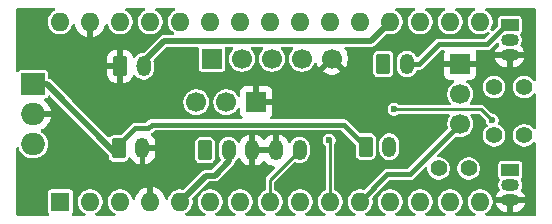
<source format=gbr>
%TF.GenerationSoftware,KiCad,Pcbnew,9.0.6*%
%TF.CreationDate,2026-02-19T21:20:34+01:00*%
%TF.ProjectId,TankIR_Breaker,54616e6b-4952-45f4-9272-65616b65722e,rev?*%
%TF.SameCoordinates,Original*%
%TF.FileFunction,Copper,L2,Bot*%
%TF.FilePolarity,Positive*%
%FSLAX46Y46*%
G04 Gerber Fmt 4.6, Leading zero omitted, Abs format (unit mm)*
G04 Created by KiCad (PCBNEW 9.0.6) date 2026-02-19 21:20:34*
%MOMM*%
%LPD*%
G01*
G04 APERTURE LIST*
G04 Aperture macros list*
%AMRoundRect*
0 Rectangle with rounded corners*
0 $1 Rounding radius*
0 $2 $3 $4 $5 $6 $7 $8 $9 X,Y pos of 4 corners*
0 Add a 4 corners polygon primitive as box body*
4,1,4,$2,$3,$4,$5,$6,$7,$8,$9,$2,$3,0*
0 Add four circle primitives for the rounded corners*
1,1,$1+$1,$2,$3*
1,1,$1+$1,$4,$5*
1,1,$1+$1,$6,$7*
1,1,$1+$1,$8,$9*
0 Add four rect primitives between the rounded corners*
20,1,$1+$1,$2,$3,$4,$5,0*
20,1,$1+$1,$4,$5,$6,$7,0*
20,1,$1+$1,$6,$7,$8,$9,0*
20,1,$1+$1,$8,$9,$2,$3,0*%
G04 Aperture macros list end*
%TA.AperFunction,ComponentPad*%
%ADD10O,1.600000X1.600000*%
%TD*%
%TA.AperFunction,ComponentPad*%
%ADD11R,1.600000X1.600000*%
%TD*%
%TA.AperFunction,ComponentPad*%
%ADD12C,1.400000*%
%TD*%
%TA.AperFunction,ComponentPad*%
%ADD13RoundRect,0.250000X-0.350000X-0.625000X0.350000X-0.625000X0.350000X0.625000X-0.350000X0.625000X0*%
%TD*%
%TA.AperFunction,ComponentPad*%
%ADD14O,1.200000X1.750000*%
%TD*%
%TA.AperFunction,ComponentPad*%
%ADD15R,1.500000X1.050000*%
%TD*%
%TA.AperFunction,ComponentPad*%
%ADD16O,1.500000X1.050000*%
%TD*%
%TA.AperFunction,ComponentPad*%
%ADD17R,1.700000X1.700000*%
%TD*%
%TA.AperFunction,ComponentPad*%
%ADD18C,1.700000*%
%TD*%
%TA.AperFunction,ComponentPad*%
%ADD19R,2.000000X1.905000*%
%TD*%
%TA.AperFunction,ComponentPad*%
%ADD20O,2.000000X1.905000*%
%TD*%
%TA.AperFunction,ViaPad*%
%ADD21C,0.600000*%
%TD*%
%TA.AperFunction,Conductor*%
%ADD22C,0.500000*%
%TD*%
%TA.AperFunction,Conductor*%
%ADD23C,0.450000*%
%TD*%
%TA.AperFunction,Conductor*%
%ADD24C,0.250000*%
%TD*%
G04 APERTURE END LIST*
D10*
%TO.P,A1,30,VIN*%
%TO.N,unconnected-(A1-VIN-Pad30)*%
X81540000Y-58280000D03*
%TO.P,A1,29,GND*%
%TO.N,GND*%
X84080000Y-58280000D03*
%TO.P,A1,28,~{RESET}*%
%TO.N,unconnected-(A1-~{RESET}-Pad28)*%
X86620000Y-58280000D03*
%TO.P,A1,27,+5V*%
%TO.N,unconnected-(A1-+5V-Pad27)*%
X89160000Y-58280000D03*
%TO.P,A1,26,A7*%
%TO.N,unconnected-(A1-A7-Pad26)*%
X91700000Y-58280000D03*
%TO.P,A1,25,A6*%
%TO.N,unconnected-(A1-A6-Pad25)*%
X94240000Y-58280000D03*
%TO.P,A1,24,A5*%
%TO.N,unconnected-(A1-A5-Pad24)*%
X96780000Y-58280000D03*
%TO.P,A1,23,A4*%
%TO.N,/SOUND_REP*%
X99320000Y-58280000D03*
%TO.P,A1,22,A3*%
%TO.N,/SOUND_DES*%
X101860000Y-58280000D03*
%TO.P,A1,21,A2*%
%TO.N,/SOUND_HIT*%
X104400000Y-58280000D03*
%TO.P,A1,20,A1*%
%TO.N,/SOUND_FIRE*%
X106940000Y-58280000D03*
%TO.P,A1,19,A0*%
%TO.N,/Trigger*%
X109480000Y-58280000D03*
%TO.P,A1,18,AREF*%
%TO.N,unconnected-(A1-AREF-Pad18)*%
X112020000Y-58280000D03*
%TO.P,A1,17,3V3*%
%TO.N,unconnected-(A1-3V3-Pad17)*%
X114560000Y-58280000D03*
%TO.P,A1,16,D13*%
%TO.N,unconnected-(A1-D13-Pad16)*%
X117100000Y-58280000D03*
%TO.P,A1,15,D12*%
%TO.N,unconnected-(A1-D12-Pad15)*%
X117100000Y-73520000D03*
%TO.P,A1,14,D11*%
%TO.N,unconnected-(A1-D11-Pad14)*%
X114560000Y-73520000D03*
%TO.P,A1,13,D10*%
%TO.N,unconnected-(A1-D10-Pad13)*%
X112020000Y-73520000D03*
%TO.P,A1,12,D9*%
%TO.N,unconnected-(A1-D9-Pad12)*%
X109480000Y-73520000D03*
%TO.P,A1,11,D8*%
%TO.N,/Recoil_OUT*%
X106940000Y-73520000D03*
%TO.P,A1,10,D7*%
%TO.N,/RC_IN*%
X104400000Y-73520000D03*
%TO.P,A1,9,D6*%
%TO.N,/MUZZLE*%
X101860000Y-73520000D03*
%TO.P,A1,8,D5*%
%TO.N,/HIT*%
X99320000Y-73520000D03*
%TO.P,A1,7,D4*%
%TO.N,unconnected-(A1-D4-Pad7)*%
X96780000Y-73520000D03*
%TO.P,A1,6,D3*%
%TO.N,/IR OUT*%
X94240000Y-73520000D03*
%TO.P,A1,5,D2*%
%TO.N,/IR_IN*%
X91700000Y-73520000D03*
%TO.P,A1,4,GND*%
%TO.N,GND*%
X89160000Y-73520000D03*
%TO.P,A1,3,~{RESET}*%
%TO.N,unconnected-(A1-~{RESET}-Pad3)*%
X86620000Y-73520000D03*
%TO.P,A1,2,D0/RX*%
%TO.N,unconnected-(A1-D0{slash}RX-Pad2)*%
X84080000Y-73520000D03*
D11*
%TO.P,A1,1,D1/TX*%
%TO.N,unconnected-(A1-D1{slash}TX-Pad1)*%
X81540000Y-73520000D03*
%TD*%
D12*
%TO.P,R3,1*%
%TO.N,Net-(Q1-C)*%
X116120000Y-70700000D03*
%TO.P,R3,2*%
%TO.N,Net-(J7-Pin_2)*%
X113580000Y-70700000D03*
%TD*%
%TO.P,R2,1*%
%TO.N,/MUZZLE*%
X118280000Y-63800000D03*
%TO.P,R2,2*%
%TO.N,Net-(Q2-B)*%
X120820000Y-63800000D03*
%TD*%
%TO.P,R1,1*%
%TO.N,/IR OUT*%
X118280000Y-67900000D03*
%TO.P,R1,2*%
%TO.N,Net-(Q1-B)*%
X120820000Y-67900000D03*
%TD*%
D13*
%TO.P,J2,1,Pin_1*%
%TO.N,GND*%
X86600000Y-62050000D03*
D14*
%TO.P,J2,2,Pin_2*%
%TO.N,/Trigger*%
X88600000Y-62050000D03*
%TD*%
D15*
%TO.P,Q2,1,C*%
%TO.N,Net-(J8-Pin_2)*%
X119600000Y-58560000D03*
D16*
%TO.P,Q2,2,B*%
%TO.N,Net-(Q2-B)*%
X119600000Y-59830000D03*
%TO.P,Q2,3,E*%
%TO.N,GND*%
X119600000Y-61100000D03*
%TD*%
D17*
%TO.P,J6,1,Pin_1*%
%TO.N,/SOUND_REP*%
X94380000Y-61400000D03*
D18*
%TO.P,J6,2,Pin_2*%
%TO.N,/SOUND_DES*%
X96920000Y-61400000D03*
%TO.P,J6,3,Pin_3*%
%TO.N,/SOUND_HIT*%
X99460000Y-61400000D03*
%TO.P,J6,4,Pin_4*%
%TO.N,/SOUND_FIRE*%
X102000000Y-61400000D03*
%TO.P,J6,5,Pin_5*%
%TO.N,GND*%
X104540000Y-61400000D03*
%TD*%
D13*
%TO.P,J7,1,Pin_1*%
%TO.N,+BATT*%
X107400000Y-68850000D03*
D14*
%TO.P,J7,2,Pin_2*%
%TO.N,Net-(J7-Pin_2)*%
X109400000Y-68850000D03*
%TD*%
D13*
%TO.P,J1,1,Pin_1*%
%TO.N,+BATT*%
X86500000Y-69000000D03*
D14*
%TO.P,J1,2,Pin_2*%
%TO.N,GND*%
X88500000Y-69000000D03*
%TD*%
D13*
%TO.P,J5,1,Pin_1*%
%TO.N,5V*%
X93800000Y-69150000D03*
D14*
%TO.P,J5,2,Pin_2*%
%TO.N,/IR_IN*%
X95800000Y-69150000D03*
%TO.P,J5,3,Pin_3*%
%TO.N,GND*%
X97800000Y-69150000D03*
%TO.P,J5,4,Pin_4*%
X99800000Y-69150000D03*
%TO.P,J5,5,Pin_5*%
%TO.N,/HIT*%
X101800000Y-69150000D03*
%TD*%
D13*
%TO.P,J8,1,Pin_1*%
%TO.N,5V*%
X108900000Y-61850000D03*
D14*
%TO.P,J8,2,Pin_2*%
%TO.N,Net-(J8-Pin_2)*%
X110900000Y-61850000D03*
%TD*%
D15*
%TO.P,Q1,1,C*%
%TO.N,Net-(Q1-C)*%
X119640000Y-70830000D03*
D16*
%TO.P,Q1,2,B*%
%TO.N,Net-(Q1-B)*%
X119640000Y-72100000D03*
%TO.P,Q1,3,E*%
%TO.N,GND*%
X119640000Y-73370000D03*
%TD*%
D17*
%TO.P,J3,1,Pin_1*%
%TO.N,GND*%
X115400000Y-61860000D03*
D18*
%TO.P,J3,2,Pin_2*%
%TO.N,5V*%
X115400000Y-64400000D03*
%TO.P,J3,3,Pin_3*%
%TO.N,/Recoil_OUT*%
X115400000Y-66940000D03*
%TD*%
D19*
%TO.P,U1,1,VI*%
%TO.N,+BATT*%
X79250000Y-63560000D03*
D20*
%TO.P,U1,2,GND*%
%TO.N,GND*%
X79250000Y-66100000D03*
%TO.P,U1,3,VO*%
%TO.N,5V*%
X79250000Y-68640000D03*
%TD*%
D17*
%TO.P,J4,1,Pin_1*%
%TO.N,GND*%
X98140000Y-65100000D03*
D18*
%TO.P,J4,2,Pin_2*%
%TO.N,5V*%
X95600000Y-65100000D03*
%TO.P,J4,3,Pin_3*%
%TO.N,/RC_IN*%
X93060000Y-65100000D03*
%TD*%
D21*
%TO.N,/IR OUT*%
X109800000Y-65700000D03*
X118100000Y-66600000D03*
%TO.N,/RC_IN*%
X104300000Y-68300000D03*
%TD*%
D22*
%TO.N,+BATT*%
X79350000Y-63560000D02*
X80410000Y-63560000D01*
D23*
X87900000Y-67300000D02*
X86200000Y-69000000D01*
X107400000Y-68850000D02*
X105550000Y-67000000D01*
D22*
X80410000Y-63560000D02*
X86200000Y-69350000D01*
D23*
X89300000Y-67000000D02*
X89000000Y-67300000D01*
X89000000Y-67300000D02*
X87900000Y-67300000D01*
X86200000Y-69000000D02*
X86200000Y-69350000D01*
X105550000Y-67000000D02*
X89300000Y-67000000D01*
%TO.N,Net-(J8-Pin_2)*%
X110900000Y-61850000D02*
X111950000Y-61850000D01*
X111950000Y-61850000D02*
X113600000Y-60200000D01*
X119300083Y-58560000D02*
X119600000Y-58560000D01*
X117660083Y-60200000D02*
X119300083Y-58560000D01*
X113600000Y-60200000D02*
X117660083Y-60200000D01*
D24*
%TO.N,/IR OUT*%
X117200000Y-65700000D02*
X118100000Y-66600000D01*
X109800000Y-65700000D02*
X117200000Y-65700000D01*
D22*
%TO.N,/Trigger*%
X90350000Y-59900000D02*
X107840000Y-59900000D01*
X107840000Y-59900000D02*
X109460000Y-58280000D01*
X88200000Y-62050000D02*
X90350000Y-59900000D01*
D23*
%TO.N,/Recoil_OUT*%
X111140000Y-71200000D02*
X115400000Y-66940000D01*
X109240000Y-71200000D02*
X111140000Y-71200000D01*
X106920000Y-73520000D02*
X109240000Y-71200000D01*
D24*
%TO.N,/RC_IN*%
X104380000Y-68380000D02*
X104300000Y-68300000D01*
X104380000Y-73520000D02*
X104380000Y-68380000D01*
%TO.N,/HIT*%
X99300000Y-71650000D02*
X101800000Y-69150000D01*
X99300000Y-73520000D02*
X99300000Y-71650000D01*
D22*
%TO.N,/IR_IN*%
X94600000Y-71300000D02*
X93900000Y-71300000D01*
X93900000Y-71300000D02*
X91680000Y-73520000D01*
X95800000Y-69150000D02*
X95800000Y-70100000D01*
X95800000Y-70100000D02*
X94600000Y-71300000D01*
%TD*%
%TA.AperFunction,Conductor*%
%TO.N,GND*%
G36*
X81086125Y-57120185D02*
G01*
X81131880Y-57172989D01*
X81141824Y-57242147D01*
X81112799Y-57305703D01*
X81066539Y-57339061D01*
X81042403Y-57349058D01*
X80870342Y-57464024D01*
X80724024Y-57610342D01*
X80609058Y-57782403D01*
X80529870Y-57973579D01*
X80529868Y-57973587D01*
X80489500Y-58176530D01*
X80489500Y-58383469D01*
X80529868Y-58586412D01*
X80529870Y-58586420D01*
X80595939Y-58745925D01*
X80609059Y-58777598D01*
X80610664Y-58780000D01*
X80724024Y-58949657D01*
X80870342Y-59095975D01*
X80870345Y-59095977D01*
X81042402Y-59210941D01*
X81233580Y-59290130D01*
X81432352Y-59329668D01*
X81436530Y-59330499D01*
X81436534Y-59330500D01*
X81436535Y-59330500D01*
X81643466Y-59330500D01*
X81643467Y-59330499D01*
X81846420Y-59290130D01*
X82037598Y-59210941D01*
X82209655Y-59095977D01*
X82355977Y-58949655D01*
X82470941Y-58777598D01*
X82550130Y-58586420D01*
X82560633Y-58533616D01*
X82593017Y-58471707D01*
X82653732Y-58437133D01*
X82723502Y-58440872D01*
X82780174Y-58481738D01*
X82804723Y-58538411D01*
X82812009Y-58584417D01*
X82875244Y-58779031D01*
X82968140Y-58961349D01*
X83088417Y-59126894D01*
X83088417Y-59126895D01*
X83233104Y-59271582D01*
X83398650Y-59391859D01*
X83580968Y-59484754D01*
X83775578Y-59547988D01*
X83830000Y-59556607D01*
X83830000Y-58713012D01*
X83887007Y-58745925D01*
X84014174Y-58780000D01*
X84145826Y-58780000D01*
X84272993Y-58745925D01*
X84330000Y-58713012D01*
X84330000Y-59556606D01*
X84384421Y-59547988D01*
X84579031Y-59484754D01*
X84761349Y-59391859D01*
X84926894Y-59271582D01*
X84926895Y-59271582D01*
X85071582Y-59126895D01*
X85071582Y-59126894D01*
X85191859Y-58961349D01*
X85284755Y-58779031D01*
X85347988Y-58584422D01*
X85355275Y-58538413D01*
X85385204Y-58475278D01*
X85444515Y-58438346D01*
X85514377Y-58439342D01*
X85572611Y-58477951D01*
X85599366Y-58533617D01*
X85609868Y-58586414D01*
X85609870Y-58586420D01*
X85675939Y-58745925D01*
X85689059Y-58777598D01*
X85690664Y-58780000D01*
X85804024Y-58949657D01*
X85950342Y-59095975D01*
X85950345Y-59095977D01*
X86122402Y-59210941D01*
X86313580Y-59290130D01*
X86512352Y-59329668D01*
X86516530Y-59330499D01*
X86516534Y-59330500D01*
X86516535Y-59330500D01*
X86723466Y-59330500D01*
X86723467Y-59330499D01*
X86926420Y-59290130D01*
X87117598Y-59210941D01*
X87289655Y-59095977D01*
X87435977Y-58949655D01*
X87550941Y-58777598D01*
X87630130Y-58586420D01*
X87670500Y-58383465D01*
X87670500Y-58176535D01*
X87630130Y-57973580D01*
X87550941Y-57782402D01*
X87435977Y-57610345D01*
X87435975Y-57610342D01*
X87289657Y-57464024D01*
X87203626Y-57406541D01*
X87117598Y-57349059D01*
X87093461Y-57339061D01*
X87039058Y-57295220D01*
X87016993Y-57228926D01*
X87034272Y-57161227D01*
X87085409Y-57113616D01*
X87140914Y-57100500D01*
X88639086Y-57100500D01*
X88706125Y-57120185D01*
X88751880Y-57172989D01*
X88761824Y-57242147D01*
X88732799Y-57305703D01*
X88686539Y-57339061D01*
X88662403Y-57349058D01*
X88490342Y-57464024D01*
X88344024Y-57610342D01*
X88229058Y-57782403D01*
X88149870Y-57973579D01*
X88149868Y-57973587D01*
X88109500Y-58176530D01*
X88109500Y-58383469D01*
X88149868Y-58586412D01*
X88149870Y-58586420D01*
X88215939Y-58745925D01*
X88229059Y-58777598D01*
X88230664Y-58780000D01*
X88344024Y-58949657D01*
X88490342Y-59095975D01*
X88490345Y-59095977D01*
X88662402Y-59210941D01*
X88853580Y-59290130D01*
X89052352Y-59329668D01*
X89056530Y-59330499D01*
X89056534Y-59330500D01*
X89056535Y-59330500D01*
X89263466Y-59330500D01*
X89263467Y-59330499D01*
X89466420Y-59290130D01*
X89657598Y-59210941D01*
X89829655Y-59095977D01*
X89975977Y-58949655D01*
X90090941Y-58777598D01*
X90170130Y-58586420D01*
X90210500Y-58383465D01*
X90210500Y-58176535D01*
X90170130Y-57973580D01*
X90090941Y-57782402D01*
X89975977Y-57610345D01*
X89975975Y-57610342D01*
X89829657Y-57464024D01*
X89743626Y-57406541D01*
X89657598Y-57349059D01*
X89633461Y-57339061D01*
X89579058Y-57295220D01*
X89556993Y-57228926D01*
X89574272Y-57161227D01*
X89625409Y-57113616D01*
X89680914Y-57100500D01*
X91179086Y-57100500D01*
X91246125Y-57120185D01*
X91291880Y-57172989D01*
X91301824Y-57242147D01*
X91272799Y-57305703D01*
X91226539Y-57339061D01*
X91202403Y-57349058D01*
X91030342Y-57464024D01*
X90884024Y-57610342D01*
X90769058Y-57782403D01*
X90689870Y-57973579D01*
X90689868Y-57973587D01*
X90649500Y-58176530D01*
X90649500Y-58383469D01*
X90689868Y-58586412D01*
X90689870Y-58586420D01*
X90755939Y-58745925D01*
X90769059Y-58777598D01*
X90770664Y-58780000D01*
X90884024Y-58949657D01*
X91030342Y-59095975D01*
X91030345Y-59095977D01*
X91144717Y-59172397D01*
X91189523Y-59226009D01*
X91198230Y-59295334D01*
X91168076Y-59358362D01*
X91108633Y-59395082D01*
X91075827Y-59399500D01*
X90284107Y-59399500D01*
X90156812Y-59433608D01*
X90042686Y-59499500D01*
X90042683Y-59499502D01*
X88654005Y-60888181D01*
X88592682Y-60921666D01*
X88566324Y-60924500D01*
X88516228Y-60924500D01*
X88351925Y-60957182D01*
X88351917Y-60957184D01*
X88197139Y-61021295D01*
X88057837Y-61114373D01*
X87939376Y-61232834D01*
X87939373Y-61232838D01*
X87904585Y-61284902D01*
X87850972Y-61329707D01*
X87781647Y-61338414D01*
X87718620Y-61308259D01*
X87683777Y-61255015D01*
X87634358Y-61105880D01*
X87634356Y-61105875D01*
X87542315Y-60956654D01*
X87418345Y-60832684D01*
X87269124Y-60740643D01*
X87269119Y-60740641D01*
X87102697Y-60685494D01*
X87102690Y-60685493D01*
X86999986Y-60675000D01*
X86850000Y-60675000D01*
X86850000Y-61769670D01*
X86830255Y-61749925D01*
X86744745Y-61700556D01*
X86649370Y-61675000D01*
X86550630Y-61675000D01*
X86455255Y-61700556D01*
X86369745Y-61749925D01*
X86350000Y-61769670D01*
X86350000Y-60675000D01*
X86200027Y-60675000D01*
X86200012Y-60675001D01*
X86097302Y-60685494D01*
X85930880Y-60740641D01*
X85930875Y-60740643D01*
X85781654Y-60832684D01*
X85657684Y-60956654D01*
X85565643Y-61105875D01*
X85565641Y-61105880D01*
X85510494Y-61272302D01*
X85510493Y-61272309D01*
X85500000Y-61375013D01*
X85500000Y-61800000D01*
X86319670Y-61800000D01*
X86299925Y-61819745D01*
X86250556Y-61905255D01*
X86225000Y-62000630D01*
X86225000Y-62099370D01*
X86250556Y-62194745D01*
X86299925Y-62280255D01*
X86319670Y-62300000D01*
X85500001Y-62300000D01*
X85500001Y-62724986D01*
X85510494Y-62827697D01*
X85565641Y-62994119D01*
X85565643Y-62994124D01*
X85657684Y-63143345D01*
X85781654Y-63267315D01*
X85930875Y-63359356D01*
X85930880Y-63359358D01*
X86097302Y-63414505D01*
X86097309Y-63414506D01*
X86200019Y-63424999D01*
X86349999Y-63424999D01*
X86350000Y-63424998D01*
X86350000Y-62330330D01*
X86369745Y-62350075D01*
X86455255Y-62399444D01*
X86550630Y-62425000D01*
X86649370Y-62425000D01*
X86744745Y-62399444D01*
X86830255Y-62350075D01*
X86850000Y-62330330D01*
X86850000Y-63424999D01*
X86999972Y-63424999D01*
X86999986Y-63424998D01*
X87102697Y-63414505D01*
X87269119Y-63359358D01*
X87269124Y-63359356D01*
X87418345Y-63267315D01*
X87542315Y-63143345D01*
X87634356Y-62994124D01*
X87634359Y-62994117D01*
X87683776Y-62844984D01*
X87723548Y-62787539D01*
X87788063Y-62760715D01*
X87856839Y-62773030D01*
X87904584Y-62815096D01*
X87939373Y-62867161D01*
X87939376Y-62867165D01*
X88057837Y-62985626D01*
X88150494Y-63047537D01*
X88197137Y-63078703D01*
X88351918Y-63142816D01*
X88516228Y-63175499D01*
X88516232Y-63175500D01*
X88516233Y-63175500D01*
X88683768Y-63175500D01*
X88683769Y-63175499D01*
X88848082Y-63142816D01*
X89002863Y-63078703D01*
X89142162Y-62985626D01*
X89260626Y-62867162D01*
X89353703Y-62727863D01*
X89417816Y-62573082D01*
X89450500Y-62408767D01*
X89450500Y-61691233D01*
X89432916Y-61602831D01*
X89439143Y-61533241D01*
X89466850Y-61490963D01*
X90520995Y-60436819D01*
X90582318Y-60403334D01*
X90608676Y-60400500D01*
X93155500Y-60400500D01*
X93222539Y-60420185D01*
X93268294Y-60472989D01*
X93279500Y-60524500D01*
X93279500Y-62274678D01*
X93294032Y-62347735D01*
X93294033Y-62347739D01*
X93302226Y-62360000D01*
X93349399Y-62430601D01*
X93432260Y-62485966D01*
X93432264Y-62485967D01*
X93505321Y-62500499D01*
X93505324Y-62500500D01*
X93505326Y-62500500D01*
X95254676Y-62500500D01*
X95254677Y-62500499D01*
X95327740Y-62485966D01*
X95410601Y-62430601D01*
X95465966Y-62347740D01*
X95480500Y-62274674D01*
X95480500Y-60525326D01*
X95480500Y-60524500D01*
X95500185Y-60457461D01*
X95552989Y-60411706D01*
X95604500Y-60400500D01*
X96063796Y-60400500D01*
X96130835Y-60420185D01*
X96176590Y-60472989D01*
X96186534Y-60542147D01*
X96157509Y-60605703D01*
X96151477Y-60612181D01*
X96080588Y-60683069D01*
X96080588Y-60683070D01*
X96080586Y-60683072D01*
X96045831Y-60730908D01*
X95978768Y-60823211D01*
X95900128Y-60977552D01*
X95846597Y-61142302D01*
X95819500Y-61313389D01*
X95819500Y-61486610D01*
X95835166Y-61585526D01*
X95846598Y-61657701D01*
X95900127Y-61822445D01*
X95978768Y-61976788D01*
X96080586Y-62116928D01*
X96203072Y-62239414D01*
X96343212Y-62341232D01*
X96497555Y-62419873D01*
X96662299Y-62473402D01*
X96833389Y-62500500D01*
X96833390Y-62500500D01*
X97006610Y-62500500D01*
X97006611Y-62500500D01*
X97177701Y-62473402D01*
X97342445Y-62419873D01*
X97496788Y-62341232D01*
X97636928Y-62239414D01*
X97759414Y-62116928D01*
X97861232Y-61976788D01*
X97939873Y-61822445D01*
X97993402Y-61657701D01*
X98020500Y-61486611D01*
X98020500Y-61313389D01*
X97993402Y-61142299D01*
X97939873Y-60977555D01*
X97861232Y-60823212D01*
X97759414Y-60683072D01*
X97688523Y-60612181D01*
X97655038Y-60550858D01*
X97660022Y-60481166D01*
X97701894Y-60425233D01*
X97767358Y-60400816D01*
X97776204Y-60400500D01*
X98603796Y-60400500D01*
X98670835Y-60420185D01*
X98716590Y-60472989D01*
X98726534Y-60542147D01*
X98697509Y-60605703D01*
X98691477Y-60612181D01*
X98620588Y-60683069D01*
X98620588Y-60683070D01*
X98620586Y-60683072D01*
X98585831Y-60730908D01*
X98518768Y-60823211D01*
X98440128Y-60977552D01*
X98386597Y-61142302D01*
X98359500Y-61313389D01*
X98359500Y-61486610D01*
X98375166Y-61585526D01*
X98386598Y-61657701D01*
X98440127Y-61822445D01*
X98518768Y-61976788D01*
X98620586Y-62116928D01*
X98743072Y-62239414D01*
X98883212Y-62341232D01*
X99037555Y-62419873D01*
X99202299Y-62473402D01*
X99373389Y-62500500D01*
X99373390Y-62500500D01*
X99546610Y-62500500D01*
X99546611Y-62500500D01*
X99717701Y-62473402D01*
X99882445Y-62419873D01*
X100036788Y-62341232D01*
X100176928Y-62239414D01*
X100299414Y-62116928D01*
X100401232Y-61976788D01*
X100479873Y-61822445D01*
X100533402Y-61657701D01*
X100560500Y-61486611D01*
X100560500Y-61313389D01*
X100533402Y-61142299D01*
X100479873Y-60977555D01*
X100401232Y-60823212D01*
X100299414Y-60683072D01*
X100228523Y-60612181D01*
X100195038Y-60550858D01*
X100200022Y-60481166D01*
X100241894Y-60425233D01*
X100307358Y-60400816D01*
X100316204Y-60400500D01*
X101143796Y-60400500D01*
X101210835Y-60420185D01*
X101256590Y-60472989D01*
X101266534Y-60542147D01*
X101237509Y-60605703D01*
X101231477Y-60612181D01*
X101160588Y-60683069D01*
X101160588Y-60683070D01*
X101160586Y-60683072D01*
X101125831Y-60730908D01*
X101058768Y-60823211D01*
X100980128Y-60977552D01*
X100926597Y-61142302D01*
X100899500Y-61313389D01*
X100899500Y-61486610D01*
X100915166Y-61585526D01*
X100926598Y-61657701D01*
X100980127Y-61822445D01*
X101058768Y-61976788D01*
X101160586Y-62116928D01*
X101283072Y-62239414D01*
X101423212Y-62341232D01*
X101577555Y-62419873D01*
X101742299Y-62473402D01*
X101913389Y-62500500D01*
X101913390Y-62500500D01*
X102086610Y-62500500D01*
X102086611Y-62500500D01*
X102257701Y-62473402D01*
X102422445Y-62419873D01*
X102576788Y-62341232D01*
X102716928Y-62239414D01*
X102839414Y-62116928D01*
X102941232Y-61976788D01*
X103019873Y-61822445D01*
X103020896Y-61819294D01*
X103021610Y-61818250D01*
X103021734Y-61817952D01*
X103021796Y-61817977D01*
X103060327Y-61761618D01*
X103124683Y-61734415D01*
X103193530Y-61746323D01*
X103245011Y-61793562D01*
X103256760Y-61819287D01*
X103288904Y-61918217D01*
X103385375Y-62107550D01*
X103424728Y-62161716D01*
X104057036Y-61529407D01*
X104074075Y-61592993D01*
X104139901Y-61707007D01*
X104232993Y-61800099D01*
X104347007Y-61865925D01*
X104410590Y-61882962D01*
X103778282Y-62515269D01*
X103778282Y-62515270D01*
X103832449Y-62554624D01*
X104021782Y-62651095D01*
X104223870Y-62716757D01*
X104433754Y-62750000D01*
X104646246Y-62750000D01*
X104856127Y-62716757D01*
X104856130Y-62716757D01*
X105058217Y-62651095D01*
X105247554Y-62554622D01*
X105301716Y-62515270D01*
X105301717Y-62515270D01*
X104669408Y-61882962D01*
X104732993Y-61865925D01*
X104847007Y-61800099D01*
X104940099Y-61707007D01*
X105005925Y-61592993D01*
X105022962Y-61529409D01*
X105655270Y-62161717D01*
X105655270Y-62161716D01*
X105694622Y-62107554D01*
X105791095Y-61918217D01*
X105856757Y-61716130D01*
X105856757Y-61716127D01*
X105890000Y-61506246D01*
X105890000Y-61293754D01*
X105874074Y-61193204D01*
X105871529Y-61177135D01*
X108049500Y-61177135D01*
X108049500Y-62522870D01*
X108049501Y-62522876D01*
X108055908Y-62582483D01*
X108106202Y-62717328D01*
X108106206Y-62717335D01*
X108192452Y-62832544D01*
X108192455Y-62832547D01*
X108307664Y-62918793D01*
X108307671Y-62918797D01*
X108442517Y-62969091D01*
X108442516Y-62969091D01*
X108449444Y-62969835D01*
X108502127Y-62975500D01*
X109297872Y-62975499D01*
X109357483Y-62969091D01*
X109492331Y-62918796D01*
X109607546Y-62832546D01*
X109693796Y-62717331D01*
X109744091Y-62582483D01*
X109750500Y-62522873D01*
X109750499Y-61177128D01*
X109744091Y-61117517D01*
X109742918Y-61114373D01*
X109693797Y-60982671D01*
X109693793Y-60982664D01*
X109607547Y-60867455D01*
X109607544Y-60867452D01*
X109492335Y-60781206D01*
X109492328Y-60781202D01*
X109357482Y-60730908D01*
X109357483Y-60730908D01*
X109297883Y-60724501D01*
X109297881Y-60724500D01*
X109297873Y-60724500D01*
X109297864Y-60724500D01*
X108502129Y-60724500D01*
X108502123Y-60724501D01*
X108442516Y-60730908D01*
X108307671Y-60781202D01*
X108307664Y-60781206D01*
X108192455Y-60867452D01*
X108192452Y-60867455D01*
X108106206Y-60982664D01*
X108106202Y-60982671D01*
X108055908Y-61117517D01*
X108050036Y-61172139D01*
X108049501Y-61177123D01*
X108049500Y-61177135D01*
X105871529Y-61177135D01*
X105856757Y-61083872D01*
X105856757Y-61083869D01*
X105791095Y-60881782D01*
X105694620Y-60692442D01*
X105625558Y-60597385D01*
X105602078Y-60531579D01*
X105617904Y-60463525D01*
X105668009Y-60414830D01*
X105725876Y-60400500D01*
X107905890Y-60400500D01*
X107905892Y-60400500D01*
X108033186Y-60366392D01*
X108147314Y-60300500D01*
X109113455Y-59334357D01*
X109174776Y-59300874D01*
X109225325Y-59300423D01*
X109320356Y-59319325D01*
X109376532Y-59330499D01*
X109376534Y-59330500D01*
X109376535Y-59330500D01*
X109583466Y-59330500D01*
X109583467Y-59330499D01*
X109786420Y-59290130D01*
X109977598Y-59210941D01*
X110149655Y-59095977D01*
X110295977Y-58949655D01*
X110410941Y-58777598D01*
X110490130Y-58586420D01*
X110530500Y-58383465D01*
X110530500Y-58176535D01*
X110490130Y-57973580D01*
X110410941Y-57782402D01*
X110295977Y-57610345D01*
X110295975Y-57610342D01*
X110149657Y-57464024D01*
X110063626Y-57406541D01*
X109977598Y-57349059D01*
X109953461Y-57339061D01*
X109899058Y-57295220D01*
X109876993Y-57228926D01*
X109894272Y-57161227D01*
X109945409Y-57113616D01*
X110000914Y-57100500D01*
X111499086Y-57100500D01*
X111566125Y-57120185D01*
X111611880Y-57172989D01*
X111621824Y-57242147D01*
X111592799Y-57305703D01*
X111546539Y-57339061D01*
X111522403Y-57349058D01*
X111350342Y-57464024D01*
X111204024Y-57610342D01*
X111089058Y-57782403D01*
X111009870Y-57973579D01*
X111009868Y-57973587D01*
X110969500Y-58176530D01*
X110969500Y-58383469D01*
X111009868Y-58586412D01*
X111009870Y-58586420D01*
X111075939Y-58745925D01*
X111089059Y-58777598D01*
X111090664Y-58780000D01*
X111204024Y-58949657D01*
X111350342Y-59095975D01*
X111350345Y-59095977D01*
X111522402Y-59210941D01*
X111713580Y-59290130D01*
X111912352Y-59329668D01*
X111916530Y-59330499D01*
X111916534Y-59330500D01*
X111916535Y-59330500D01*
X112123466Y-59330500D01*
X112123467Y-59330499D01*
X112326420Y-59290130D01*
X112517598Y-59210941D01*
X112689655Y-59095977D01*
X112835977Y-58949655D01*
X112950941Y-58777598D01*
X113030130Y-58586420D01*
X113070500Y-58383465D01*
X113070500Y-58176535D01*
X113030130Y-57973580D01*
X112950941Y-57782402D01*
X112835977Y-57610345D01*
X112835975Y-57610342D01*
X112689657Y-57464024D01*
X112603626Y-57406541D01*
X112517598Y-57349059D01*
X112493461Y-57339061D01*
X112439058Y-57295220D01*
X112416993Y-57228926D01*
X112434272Y-57161227D01*
X112485409Y-57113616D01*
X112540914Y-57100500D01*
X114039086Y-57100500D01*
X114106125Y-57120185D01*
X114151880Y-57172989D01*
X114161824Y-57242147D01*
X114132799Y-57305703D01*
X114086539Y-57339061D01*
X114062403Y-57349058D01*
X113890342Y-57464024D01*
X113744024Y-57610342D01*
X113629058Y-57782403D01*
X113549870Y-57973579D01*
X113549868Y-57973587D01*
X113509500Y-58176530D01*
X113509500Y-58383469D01*
X113549868Y-58586412D01*
X113549870Y-58586420D01*
X113615939Y-58745925D01*
X113629059Y-58777598D01*
X113630664Y-58780000D01*
X113744024Y-58949657D01*
X113890342Y-59095975D01*
X113890345Y-59095977D01*
X114062402Y-59210941D01*
X114253580Y-59290130D01*
X114452352Y-59329668D01*
X114456530Y-59330499D01*
X114456534Y-59330500D01*
X114456535Y-59330500D01*
X114663466Y-59330500D01*
X114663467Y-59330499D01*
X114866420Y-59290130D01*
X115057598Y-59210941D01*
X115229655Y-59095977D01*
X115375977Y-58949655D01*
X115490941Y-58777598D01*
X115570130Y-58586420D01*
X115610500Y-58383465D01*
X115610500Y-58176535D01*
X115570130Y-57973580D01*
X115490941Y-57782402D01*
X115375977Y-57610345D01*
X115375975Y-57610342D01*
X115229657Y-57464024D01*
X115143626Y-57406541D01*
X115057598Y-57349059D01*
X115033461Y-57339061D01*
X114979058Y-57295220D01*
X114956993Y-57228926D01*
X114974272Y-57161227D01*
X115025409Y-57113616D01*
X115080914Y-57100500D01*
X116579086Y-57100500D01*
X116646125Y-57120185D01*
X116691880Y-57172989D01*
X116701824Y-57242147D01*
X116672799Y-57305703D01*
X116626539Y-57339061D01*
X116602403Y-57349058D01*
X116430342Y-57464024D01*
X116284024Y-57610342D01*
X116169058Y-57782403D01*
X116089870Y-57973579D01*
X116089868Y-57973587D01*
X116049500Y-58176530D01*
X116049500Y-58383469D01*
X116089868Y-58586412D01*
X116089870Y-58586420D01*
X116155939Y-58745925D01*
X116169059Y-58777598D01*
X116170664Y-58780000D01*
X116284024Y-58949657D01*
X116430342Y-59095975D01*
X116430345Y-59095977D01*
X116602402Y-59210941D01*
X116793580Y-59290130D01*
X116992352Y-59329668D01*
X116996530Y-59330499D01*
X116996534Y-59330500D01*
X116996535Y-59330500D01*
X117203466Y-59330500D01*
X117203467Y-59330499D01*
X117406420Y-59290130D01*
X117597598Y-59210941D01*
X117693220Y-59147048D01*
X117759897Y-59126171D01*
X117827277Y-59144656D01*
X117873967Y-59196634D01*
X117885143Y-59265604D01*
X117857257Y-59329668D01*
X117849791Y-59337832D01*
X117499443Y-59688181D01*
X117438120Y-59721666D01*
X117411762Y-59724500D01*
X113662601Y-59724500D01*
X113537399Y-59724500D01*
X113456775Y-59746103D01*
X113416463Y-59756905D01*
X113308037Y-59819504D01*
X113308034Y-59819506D01*
X111873293Y-61254247D01*
X111811970Y-61287732D01*
X111742278Y-61282748D01*
X111686345Y-61240876D01*
X111671051Y-61214018D01*
X111653705Y-61172141D01*
X111653704Y-61172139D01*
X111638490Y-61149370D01*
X111609428Y-61105875D01*
X111560626Y-61032837D01*
X111442162Y-60914373D01*
X111302860Y-60821295D01*
X111148082Y-60757184D01*
X111148074Y-60757182D01*
X110983771Y-60724500D01*
X110983767Y-60724500D01*
X110816233Y-60724500D01*
X110816228Y-60724500D01*
X110651925Y-60757182D01*
X110651917Y-60757184D01*
X110497139Y-60821295D01*
X110357837Y-60914373D01*
X110239373Y-61032837D01*
X110146295Y-61172139D01*
X110082184Y-61326917D01*
X110082182Y-61326925D01*
X110049500Y-61491228D01*
X110049500Y-62208771D01*
X110082182Y-62373074D01*
X110082184Y-62373082D01*
X110146295Y-62527860D01*
X110239373Y-62667162D01*
X110357837Y-62785626D01*
X110420801Y-62827697D01*
X110497137Y-62878703D01*
X110497138Y-62878703D01*
X110497139Y-62878704D01*
X110532201Y-62893227D01*
X110651918Y-62942816D01*
X110816223Y-62975498D01*
X110816228Y-62975499D01*
X110816232Y-62975500D01*
X110816233Y-62975500D01*
X110983768Y-62975500D01*
X110983769Y-62975499D01*
X111148082Y-62942816D01*
X111302863Y-62878703D01*
X111442162Y-62785626D01*
X111560626Y-62667162D01*
X111653703Y-62527863D01*
X111705818Y-62402046D01*
X111749659Y-62347644D01*
X111815953Y-62325579D01*
X111820379Y-62325500D01*
X112012599Y-62325500D01*
X112012601Y-62325500D01*
X112133536Y-62293095D01*
X112241964Y-62230495D01*
X113760640Y-60711819D01*
X113787567Y-60697115D01*
X113813386Y-60680523D01*
X113819586Y-60679631D01*
X113821963Y-60678334D01*
X113848321Y-60675500D01*
X113962520Y-60675500D01*
X114029559Y-60695185D01*
X114075314Y-60747989D01*
X114085258Y-60817147D01*
X114078702Y-60842832D01*
X114056403Y-60902617D01*
X114056401Y-60902627D01*
X114050000Y-60962155D01*
X114050000Y-61610000D01*
X114966988Y-61610000D01*
X114934075Y-61667007D01*
X114900000Y-61794174D01*
X114900000Y-61925826D01*
X114934075Y-62052993D01*
X114966988Y-62110000D01*
X114050000Y-62110000D01*
X114050000Y-62757844D01*
X114056401Y-62817372D01*
X114056403Y-62817379D01*
X114106645Y-62952086D01*
X114106649Y-62952093D01*
X114192809Y-63067187D01*
X114192812Y-63067190D01*
X114307906Y-63153350D01*
X114307913Y-63153354D01*
X114442620Y-63203596D01*
X114442627Y-63203598D01*
X114502155Y-63209999D01*
X114502172Y-63210000D01*
X114794949Y-63210000D01*
X114861988Y-63229685D01*
X114907743Y-63282489D01*
X114917687Y-63351647D01*
X114888662Y-63415203D01*
X114851244Y-63444485D01*
X114823211Y-63458768D01*
X114743256Y-63516859D01*
X114683072Y-63560586D01*
X114683070Y-63560588D01*
X114683069Y-63560588D01*
X114560588Y-63683069D01*
X114560588Y-63683070D01*
X114560586Y-63683072D01*
X114543650Y-63706383D01*
X114458768Y-63823211D01*
X114380128Y-63977552D01*
X114326597Y-64142302D01*
X114299500Y-64313389D01*
X114299500Y-64486610D01*
X114324161Y-64642318D01*
X114326598Y-64657701D01*
X114380127Y-64822445D01*
X114458768Y-64976788D01*
X114560586Y-65116928D01*
X114560588Y-65116930D01*
X114563182Y-65119967D01*
X114591753Y-65183727D01*
X114581318Y-65252813D01*
X114535188Y-65305290D01*
X114468893Y-65324500D01*
X110254386Y-65324500D01*
X110187347Y-65304815D01*
X110166705Y-65288181D01*
X110138017Y-65259493D01*
X110138011Y-65259488D01*
X110012488Y-65187017D01*
X110012489Y-65187017D01*
X109974784Y-65176914D01*
X109872475Y-65149500D01*
X109727525Y-65149500D01*
X109625216Y-65176914D01*
X109587511Y-65187017D01*
X109461988Y-65259488D01*
X109461982Y-65259493D01*
X109359493Y-65361982D01*
X109359488Y-65361988D01*
X109287017Y-65487511D01*
X109287016Y-65487515D01*
X109249500Y-65627525D01*
X109249500Y-65772475D01*
X109261412Y-65816929D01*
X109287017Y-65912488D01*
X109359488Y-66038011D01*
X109359490Y-66038013D01*
X109359491Y-66038015D01*
X109461985Y-66140509D01*
X109461986Y-66140510D01*
X109461988Y-66140511D01*
X109587511Y-66212982D01*
X109587512Y-66212982D01*
X109587515Y-66212984D01*
X109727525Y-66250500D01*
X109727528Y-66250500D01*
X109872472Y-66250500D01*
X109872475Y-66250500D01*
X110012485Y-66212984D01*
X110138015Y-66140509D01*
X110166705Y-66111819D01*
X110228028Y-66078334D01*
X110254386Y-66075500D01*
X114424440Y-66075500D01*
X114491479Y-66095185D01*
X114537234Y-66147989D01*
X114547178Y-66217147D01*
X114524759Y-66272383D01*
X114521034Y-66277511D01*
X114458768Y-66363211D01*
X114380128Y-66517552D01*
X114326597Y-66682302D01*
X114299500Y-66853389D01*
X114299500Y-67026610D01*
X114326598Y-67197702D01*
X114326598Y-67197705D01*
X114338244Y-67233546D01*
X114340239Y-67303387D01*
X114307994Y-67359545D01*
X110979360Y-70688181D01*
X110918037Y-70721666D01*
X110891679Y-70724500D01*
X109302601Y-70724500D01*
X109177399Y-70724500D01*
X109096775Y-70746103D01*
X109056463Y-70756905D01*
X108948037Y-70819504D01*
X108948034Y-70819506D01*
X107302670Y-72464869D01*
X107241347Y-72498354D01*
X107190798Y-72498806D01*
X107147157Y-72490125D01*
X107043465Y-72469500D01*
X106836535Y-72469500D01*
X106836530Y-72469500D01*
X106633587Y-72509868D01*
X106633579Y-72509870D01*
X106442403Y-72589058D01*
X106270342Y-72704024D01*
X106124024Y-72850342D01*
X106009058Y-73022403D01*
X105929870Y-73213579D01*
X105929868Y-73213587D01*
X105889500Y-73416530D01*
X105889500Y-73623469D01*
X105929868Y-73826412D01*
X105929870Y-73826420D01*
X105995939Y-73985925D01*
X106009059Y-74017598D01*
X106010664Y-74020000D01*
X106124024Y-74189657D01*
X106270342Y-74335975D01*
X106270345Y-74335977D01*
X106442402Y-74450941D01*
X106463191Y-74459552D01*
X106466539Y-74460939D01*
X106520942Y-74504780D01*
X106543007Y-74571074D01*
X106525728Y-74638773D01*
X106474591Y-74686384D01*
X106419086Y-74699500D01*
X104920914Y-74699500D01*
X104853875Y-74679815D01*
X104808120Y-74627011D01*
X104798176Y-74557853D01*
X104827201Y-74494297D01*
X104873461Y-74460939D01*
X104875259Y-74460194D01*
X104897598Y-74450941D01*
X105069655Y-74335977D01*
X105215977Y-74189655D01*
X105330941Y-74017598D01*
X105410130Y-73826420D01*
X105450500Y-73623465D01*
X105450500Y-73416535D01*
X105410130Y-73213580D01*
X105330941Y-73022402D01*
X105215977Y-72850345D01*
X105215975Y-72850342D01*
X105069655Y-72704022D01*
X104897604Y-72589062D01*
X104897598Y-72589059D01*
X104832046Y-72561906D01*
X104777643Y-72518064D01*
X104755579Y-72451770D01*
X104755500Y-72447345D01*
X104755500Y-68645275D01*
X104772113Y-68583274D01*
X104789186Y-68553703D01*
X104812984Y-68512485D01*
X104850500Y-68372475D01*
X104850500Y-68227525D01*
X104812984Y-68087515D01*
X104809341Y-68081206D01*
X104740511Y-67961988D01*
X104740506Y-67961982D01*
X104638017Y-67859493D01*
X104638011Y-67859488D01*
X104512488Y-67787017D01*
X104512489Y-67787017D01*
X104490802Y-67781206D01*
X104372475Y-67749500D01*
X104227525Y-67749500D01*
X104109198Y-67781206D01*
X104087511Y-67787017D01*
X103961988Y-67859488D01*
X103961982Y-67859493D01*
X103859493Y-67961982D01*
X103859488Y-67961988D01*
X103787017Y-68087511D01*
X103787016Y-68087515D01*
X103749500Y-68227525D01*
X103749500Y-68372475D01*
X103786220Y-68509513D01*
X103787017Y-68512488D01*
X103859488Y-68638011D01*
X103859493Y-68638017D01*
X103967732Y-68746256D01*
X103965301Y-68748686D01*
X103997158Y-68792246D01*
X104004500Y-68834281D01*
X104004500Y-72463914D01*
X103984815Y-72530953D01*
X103932011Y-72576708D01*
X103927953Y-72578475D01*
X103902404Y-72589057D01*
X103730342Y-72704024D01*
X103584024Y-72850342D01*
X103469058Y-73022403D01*
X103389870Y-73213579D01*
X103389868Y-73213587D01*
X103349500Y-73416530D01*
X103349500Y-73623469D01*
X103389868Y-73826412D01*
X103389870Y-73826420D01*
X103455939Y-73985925D01*
X103469059Y-74017598D01*
X103470664Y-74020000D01*
X103584024Y-74189657D01*
X103730342Y-74335975D01*
X103730345Y-74335977D01*
X103902402Y-74450941D01*
X103923191Y-74459552D01*
X103926539Y-74460939D01*
X103980942Y-74504780D01*
X104003007Y-74571074D01*
X103985728Y-74638773D01*
X103934591Y-74686384D01*
X103879086Y-74699500D01*
X102380914Y-74699500D01*
X102313875Y-74679815D01*
X102268120Y-74627011D01*
X102258176Y-74557853D01*
X102287201Y-74494297D01*
X102333461Y-74460939D01*
X102335259Y-74460194D01*
X102357598Y-74450941D01*
X102529655Y-74335977D01*
X102675977Y-74189655D01*
X102790941Y-74017598D01*
X102870130Y-73826420D01*
X102910500Y-73623465D01*
X102910500Y-73416535D01*
X102870130Y-73213580D01*
X102790941Y-73022402D01*
X102675977Y-72850345D01*
X102675975Y-72850342D01*
X102529657Y-72704024D01*
X102375313Y-72600896D01*
X102357598Y-72589059D01*
X102357593Y-72589057D01*
X102166420Y-72509870D01*
X102166412Y-72509868D01*
X101963469Y-72469500D01*
X101963465Y-72469500D01*
X101756535Y-72469500D01*
X101756530Y-72469500D01*
X101553587Y-72509868D01*
X101553579Y-72509870D01*
X101362403Y-72589058D01*
X101190342Y-72704024D01*
X101044024Y-72850342D01*
X100929058Y-73022403D01*
X100849870Y-73213579D01*
X100849868Y-73213587D01*
X100809500Y-73416530D01*
X100809500Y-73623469D01*
X100849868Y-73826412D01*
X100849870Y-73826420D01*
X100915939Y-73985925D01*
X100929059Y-74017598D01*
X100930664Y-74020000D01*
X101044024Y-74189657D01*
X101190342Y-74335975D01*
X101190345Y-74335977D01*
X101362402Y-74450941D01*
X101383191Y-74459552D01*
X101386539Y-74460939D01*
X101440942Y-74504780D01*
X101463007Y-74571074D01*
X101445728Y-74638773D01*
X101394591Y-74686384D01*
X101339086Y-74699500D01*
X99840914Y-74699500D01*
X99773875Y-74679815D01*
X99728120Y-74627011D01*
X99718176Y-74557853D01*
X99747201Y-74494297D01*
X99793461Y-74460939D01*
X99795259Y-74460194D01*
X99817598Y-74450941D01*
X99989655Y-74335977D01*
X100135977Y-74189655D01*
X100250941Y-74017598D01*
X100330130Y-73826420D01*
X100370500Y-73623465D01*
X100370500Y-73416535D01*
X100330130Y-73213580D01*
X100250941Y-73022402D01*
X100135977Y-72850345D01*
X100135975Y-72850342D01*
X99989655Y-72704022D01*
X99817604Y-72589062D01*
X99817598Y-72589059D01*
X99752046Y-72561906D01*
X99697643Y-72518064D01*
X99675579Y-72451770D01*
X99675500Y-72447345D01*
X99675500Y-71856898D01*
X99695185Y-71789859D01*
X99711814Y-71769222D01*
X101271515Y-70209520D01*
X101332836Y-70176037D01*
X101402528Y-70181021D01*
X101406636Y-70182638D01*
X101551918Y-70242816D01*
X101687723Y-70269829D01*
X101716228Y-70275499D01*
X101716232Y-70275500D01*
X101716233Y-70275500D01*
X101883768Y-70275500D01*
X101883769Y-70275499D01*
X102048082Y-70242816D01*
X102202863Y-70178703D01*
X102342162Y-70085626D01*
X102460626Y-69967162D01*
X102553703Y-69827863D01*
X102617816Y-69673082D01*
X102650500Y-69508767D01*
X102650500Y-68791233D01*
X102617816Y-68626918D01*
X102561613Y-68491233D01*
X102553704Y-68472139D01*
X102550546Y-68467413D01*
X102506978Y-68402208D01*
X102460626Y-68332837D01*
X102342162Y-68214373D01*
X102202860Y-68121295D01*
X102048082Y-68057184D01*
X102048074Y-68057182D01*
X101883771Y-68024500D01*
X101883767Y-68024500D01*
X101716233Y-68024500D01*
X101716228Y-68024500D01*
X101551925Y-68057182D01*
X101551917Y-68057184D01*
X101397139Y-68121295D01*
X101257837Y-68214373D01*
X101139373Y-68332837D01*
X101059252Y-68452748D01*
X101049454Y-68467413D01*
X101042913Y-68477202D01*
X101041904Y-68476528D01*
X100997417Y-68521804D01*
X100929277Y-68537254D01*
X100863601Y-68513412D01*
X100821241Y-68457848D01*
X100819588Y-68453177D01*
X100819411Y-68452748D01*
X100740804Y-68298475D01*
X100639032Y-68158397D01*
X100516602Y-68035967D01*
X100376524Y-67934195D01*
X100222257Y-67855591D01*
X100057589Y-67802087D01*
X100057581Y-67802085D01*
X100050000Y-67800884D01*
X100050000Y-68869670D01*
X100030255Y-68849925D01*
X99944745Y-68800556D01*
X99849370Y-68775000D01*
X99750630Y-68775000D01*
X99655255Y-68800556D01*
X99569745Y-68849925D01*
X99550000Y-68869670D01*
X99550000Y-67800884D01*
X99549999Y-67800884D01*
X99542418Y-67802085D01*
X99542410Y-67802087D01*
X99377742Y-67855591D01*
X99223475Y-67934195D01*
X99083397Y-68035967D01*
X98960965Y-68158399D01*
X98960961Y-68158404D01*
X98900318Y-68241873D01*
X98844988Y-68284539D01*
X98775375Y-68290518D01*
X98713580Y-68257912D01*
X98699682Y-68241873D01*
X98639038Y-68158404D01*
X98639034Y-68158399D01*
X98516602Y-68035967D01*
X98376524Y-67934195D01*
X98222257Y-67855591D01*
X98057589Y-67802087D01*
X98057581Y-67802085D01*
X98050000Y-67800884D01*
X98050000Y-68869670D01*
X98030255Y-68849925D01*
X97944745Y-68800556D01*
X97849370Y-68775000D01*
X97750630Y-68775000D01*
X97655255Y-68800556D01*
X97569745Y-68849925D01*
X97550000Y-68869670D01*
X97550000Y-67800884D01*
X97549999Y-67800884D01*
X97542418Y-67802085D01*
X97542410Y-67802087D01*
X97377742Y-67855591D01*
X97223475Y-67934195D01*
X97083397Y-68035967D01*
X96960967Y-68158397D01*
X96859195Y-68298475D01*
X96780588Y-68452748D01*
X96778729Y-68457240D01*
X96777531Y-68456743D01*
X96741428Y-68509513D01*
X96677061Y-68536693D01*
X96608218Y-68524759D01*
X96556756Y-68477501D01*
X96553742Y-68472196D01*
X96550546Y-68467413D01*
X96506978Y-68402208D01*
X96460626Y-68332837D01*
X96342162Y-68214373D01*
X96202860Y-68121295D01*
X96048082Y-68057184D01*
X96048074Y-68057182D01*
X95883771Y-68024500D01*
X95883767Y-68024500D01*
X95716233Y-68024500D01*
X95716228Y-68024500D01*
X95551925Y-68057182D01*
X95551917Y-68057184D01*
X95397139Y-68121295D01*
X95257837Y-68214373D01*
X95139373Y-68332837D01*
X95046295Y-68472139D01*
X94982184Y-68626917D01*
X94982182Y-68626925D01*
X94949500Y-68791228D01*
X94949500Y-69508771D01*
X94982182Y-69673074D01*
X94982184Y-69673082D01*
X95046295Y-69827860D01*
X95046296Y-69827862D01*
X95046297Y-69827863D01*
X95066217Y-69857676D01*
X95117143Y-69933891D01*
X95138021Y-70000569D01*
X95119536Y-70067949D01*
X95101722Y-70090463D01*
X94429005Y-70763181D01*
X94367682Y-70796666D01*
X94341324Y-70799500D01*
X93834107Y-70799500D01*
X93706812Y-70833608D01*
X93592686Y-70899500D01*
X93592683Y-70899502D01*
X92033181Y-72459003D01*
X91971858Y-72492488D01*
X91921310Y-72492940D01*
X91876530Y-72484033D01*
X91803465Y-72469500D01*
X91596535Y-72469500D01*
X91596530Y-72469500D01*
X91393587Y-72509868D01*
X91393579Y-72509870D01*
X91202403Y-72589058D01*
X91030342Y-72704024D01*
X90884024Y-72850342D01*
X90769058Y-73022403D01*
X90689870Y-73213579D01*
X90689868Y-73213584D01*
X90679366Y-73266383D01*
X90646980Y-73328293D01*
X90586264Y-73362867D01*
X90516495Y-73359126D01*
X90459823Y-73318259D01*
X90435275Y-73261586D01*
X90427988Y-73215577D01*
X90364755Y-73020968D01*
X90271859Y-72838650D01*
X90151582Y-72673105D01*
X90151582Y-72673104D01*
X90006895Y-72528417D01*
X89841349Y-72408140D01*
X89659029Y-72315244D01*
X89464413Y-72252009D01*
X89410000Y-72243390D01*
X89410000Y-73086988D01*
X89352993Y-73054075D01*
X89225826Y-73020000D01*
X89094174Y-73020000D01*
X88967007Y-73054075D01*
X88910000Y-73086988D01*
X88910000Y-72243390D01*
X88855586Y-72252009D01*
X88660970Y-72315244D01*
X88478650Y-72408140D01*
X88313105Y-72528417D01*
X88313104Y-72528417D01*
X88168417Y-72673104D01*
X88168417Y-72673105D01*
X88048140Y-72838650D01*
X87955244Y-73020968D01*
X87892010Y-73215581D01*
X87884723Y-73261589D01*
X87854793Y-73324723D01*
X87795481Y-73361654D01*
X87725619Y-73360656D01*
X87667386Y-73322046D01*
X87640633Y-73266381D01*
X87630131Y-73213587D01*
X87630130Y-73213580D01*
X87550941Y-73022402D01*
X87435977Y-72850345D01*
X87435975Y-72850342D01*
X87289657Y-72704024D01*
X87135313Y-72600896D01*
X87117598Y-72589059D01*
X87117593Y-72589057D01*
X86926420Y-72509870D01*
X86926412Y-72509868D01*
X86723469Y-72469500D01*
X86723465Y-72469500D01*
X86516535Y-72469500D01*
X86516530Y-72469500D01*
X86313587Y-72509868D01*
X86313579Y-72509870D01*
X86122403Y-72589058D01*
X85950342Y-72704024D01*
X85804024Y-72850342D01*
X85689058Y-73022403D01*
X85609870Y-73213579D01*
X85609868Y-73213587D01*
X85569500Y-73416530D01*
X85569500Y-73623469D01*
X85609868Y-73826412D01*
X85609870Y-73826420D01*
X85675939Y-73985925D01*
X85689059Y-74017598D01*
X85690664Y-74020000D01*
X85804024Y-74189657D01*
X85950342Y-74335975D01*
X85950345Y-74335977D01*
X86122402Y-74450941D01*
X86143191Y-74459552D01*
X86146539Y-74460939D01*
X86200942Y-74504780D01*
X86223007Y-74571074D01*
X86205728Y-74638773D01*
X86154591Y-74686384D01*
X86099086Y-74699500D01*
X84600914Y-74699500D01*
X84533875Y-74679815D01*
X84488120Y-74627011D01*
X84478176Y-74557853D01*
X84507201Y-74494297D01*
X84553461Y-74460939D01*
X84555259Y-74460194D01*
X84577598Y-74450941D01*
X84749655Y-74335977D01*
X84895977Y-74189655D01*
X85010941Y-74017598D01*
X85090130Y-73826420D01*
X85130500Y-73623465D01*
X85130500Y-73416535D01*
X85090130Y-73213580D01*
X85010941Y-73022402D01*
X84895977Y-72850345D01*
X84895975Y-72850342D01*
X84749657Y-72704024D01*
X84595313Y-72600896D01*
X84577598Y-72589059D01*
X84577593Y-72589057D01*
X84386420Y-72509870D01*
X84386412Y-72509868D01*
X84183469Y-72469500D01*
X84183465Y-72469500D01*
X83976535Y-72469500D01*
X83976530Y-72469500D01*
X83773587Y-72509868D01*
X83773579Y-72509870D01*
X83582403Y-72589058D01*
X83410342Y-72704024D01*
X83264024Y-72850342D01*
X83149058Y-73022403D01*
X83069870Y-73213579D01*
X83069868Y-73213587D01*
X83029500Y-73416530D01*
X83029500Y-73623469D01*
X83069868Y-73826412D01*
X83069870Y-73826420D01*
X83135939Y-73985925D01*
X83149059Y-74017598D01*
X83150664Y-74020000D01*
X83264024Y-74189657D01*
X83410342Y-74335975D01*
X83410345Y-74335977D01*
X83582402Y-74450941D01*
X83603191Y-74459552D01*
X83606539Y-74460939D01*
X83660942Y-74504780D01*
X83683007Y-74571074D01*
X83665728Y-74638773D01*
X83614591Y-74686384D01*
X83559086Y-74699500D01*
X82619688Y-74699500D01*
X82552649Y-74679815D01*
X82506894Y-74627011D01*
X82496950Y-74557853D01*
X82516586Y-74506610D01*
X82575964Y-74417743D01*
X82575964Y-74417742D01*
X82575966Y-74417740D01*
X82590500Y-74344674D01*
X82590500Y-72695326D01*
X82590500Y-72695323D01*
X82590499Y-72695321D01*
X82575967Y-72622264D01*
X82575966Y-72622260D01*
X82561691Y-72600896D01*
X82520601Y-72539399D01*
X82437740Y-72484034D01*
X82437739Y-72484033D01*
X82437735Y-72484032D01*
X82364677Y-72469500D01*
X82364674Y-72469500D01*
X80715326Y-72469500D01*
X80715323Y-72469500D01*
X80642264Y-72484032D01*
X80642260Y-72484033D01*
X80559399Y-72539399D01*
X80504033Y-72622260D01*
X80504032Y-72622264D01*
X80489500Y-72695321D01*
X80489500Y-74344678D01*
X80504032Y-74417735D01*
X80504035Y-74417743D01*
X80563414Y-74506610D01*
X80584292Y-74573287D01*
X80565807Y-74640667D01*
X80513828Y-74687357D01*
X80460312Y-74699500D01*
X77924500Y-74699500D01*
X77857461Y-74679815D01*
X77811706Y-74627011D01*
X77800500Y-74575500D01*
X77800500Y-69000983D01*
X77820185Y-68933944D01*
X77872989Y-68888189D01*
X77942147Y-68878245D01*
X78005703Y-68907270D01*
X78042431Y-68962665D01*
X78087634Y-69101789D01*
X78087635Y-69101792D01*
X78153091Y-69230255D01*
X78173602Y-69270509D01*
X78284903Y-69423702D01*
X78418798Y-69557597D01*
X78571991Y-69668898D01*
X78654741Y-69711061D01*
X78740707Y-69754864D01*
X78740710Y-69754865D01*
X78812557Y-69778209D01*
X78920797Y-69813378D01*
X79107822Y-69843000D01*
X79107823Y-69843000D01*
X79392177Y-69843000D01*
X79392178Y-69843000D01*
X79579203Y-69813378D01*
X79752796Y-69756974D01*
X79759289Y-69754865D01*
X79759292Y-69754864D01*
X79785622Y-69741448D01*
X79928009Y-69668898D01*
X80081202Y-69557597D01*
X80215097Y-69423702D01*
X80326398Y-69270509D01*
X80412364Y-69101792D01*
X80470878Y-68921703D01*
X80500500Y-68734678D01*
X80500500Y-68545322D01*
X80470878Y-68358297D01*
X80412364Y-68178208D01*
X80412364Y-68178207D01*
X80342198Y-68040500D01*
X80326398Y-68009491D01*
X80215097Y-67856298D01*
X80081202Y-67722403D01*
X80034134Y-67688206D01*
X79928143Y-67611199D01*
X79885477Y-67555869D01*
X79879498Y-67486256D01*
X79912104Y-67424461D01*
X79944734Y-67400396D01*
X80058774Y-67342290D01*
X80243742Y-67207902D01*
X80405402Y-67046242D01*
X80539788Y-66861276D01*
X80643582Y-66657570D01*
X80714234Y-66440128D01*
X80728509Y-66350000D01*
X79740748Y-66350000D01*
X79762518Y-66312292D01*
X79800000Y-66172409D01*
X79800000Y-66027591D01*
X79762518Y-65887708D01*
X79740748Y-65850000D01*
X80728509Y-65850000D01*
X80714234Y-65759871D01*
X80643582Y-65542429D01*
X80539788Y-65338723D01*
X80405402Y-65153757D01*
X80243741Y-64992096D01*
X80232188Y-64983703D01*
X80189521Y-64928374D01*
X80183540Y-64858760D01*
X80216145Y-64796965D01*
X80276983Y-64762606D01*
X80280880Y-64761766D01*
X80347735Y-64748467D01*
X80347735Y-64748466D01*
X80347740Y-64748466D01*
X80430601Y-64693101D01*
X80485966Y-64610240D01*
X80485966Y-64610238D01*
X80490640Y-64598956D01*
X80493057Y-64599957D01*
X80517289Y-64553618D01*
X80578001Y-64519036D01*
X80647771Y-64522767D01*
X80694214Y-64552028D01*
X85613181Y-69470995D01*
X85646666Y-69532318D01*
X85649500Y-69558675D01*
X85649500Y-69672869D01*
X85649501Y-69672876D01*
X85655908Y-69732483D01*
X85706202Y-69867328D01*
X85706206Y-69867335D01*
X85792452Y-69982544D01*
X85792455Y-69982547D01*
X85907664Y-70068793D01*
X85907671Y-70068797D01*
X86042517Y-70119091D01*
X86042516Y-70119091D01*
X86049444Y-70119835D01*
X86102127Y-70125500D01*
X86897872Y-70125499D01*
X86957483Y-70119091D01*
X87092331Y-70068796D01*
X87207546Y-69982546D01*
X87293796Y-69867331D01*
X87310778Y-69821800D01*
X87352648Y-69765866D01*
X87418112Y-69741448D01*
X87486385Y-69756299D01*
X87535791Y-69805703D01*
X87537444Y-69808836D01*
X87559194Y-69851521D01*
X87660967Y-69991602D01*
X87783397Y-70114032D01*
X87923475Y-70215804D01*
X88077744Y-70294408D01*
X88242415Y-70347914D01*
X88242414Y-70347914D01*
X88249999Y-70349115D01*
X88250000Y-70349114D01*
X88250000Y-69280330D01*
X88269745Y-69300075D01*
X88355255Y-69349444D01*
X88450630Y-69375000D01*
X88549370Y-69375000D01*
X88644745Y-69349444D01*
X88730255Y-69300075D01*
X88750000Y-69280330D01*
X88750000Y-70349115D01*
X88757584Y-70347914D01*
X88922255Y-70294408D01*
X89076524Y-70215804D01*
X89216602Y-70114032D01*
X89339032Y-69991602D01*
X89440804Y-69851524D01*
X89519408Y-69697257D01*
X89572914Y-69532584D01*
X89600000Y-69361571D01*
X89600000Y-69250000D01*
X88780330Y-69250000D01*
X88800075Y-69230255D01*
X88849444Y-69144745D01*
X88875000Y-69049370D01*
X88875000Y-68950630D01*
X88849444Y-68855255D01*
X88800075Y-68769745D01*
X88780330Y-68750000D01*
X89600000Y-68750000D01*
X89600000Y-68638428D01*
X89576999Y-68493204D01*
X89574453Y-68477135D01*
X92949500Y-68477135D01*
X92949500Y-69822870D01*
X92949501Y-69822876D01*
X92955908Y-69882483D01*
X93006202Y-70017328D01*
X93006206Y-70017335D01*
X93092452Y-70132544D01*
X93092455Y-70132547D01*
X93207664Y-70218793D01*
X93207671Y-70218797D01*
X93342517Y-70269091D01*
X93342516Y-70269091D01*
X93349381Y-70269829D01*
X93402127Y-70275500D01*
X94197872Y-70275499D01*
X94257483Y-70269091D01*
X94392331Y-70218796D01*
X94507546Y-70132546D01*
X94593796Y-70017331D01*
X94644091Y-69882483D01*
X94650500Y-69822873D01*
X94650499Y-68477128D01*
X94644091Y-68417517D01*
X94627291Y-68372475D01*
X94593797Y-68282671D01*
X94593793Y-68282664D01*
X94507547Y-68167455D01*
X94507544Y-68167452D01*
X94392335Y-68081206D01*
X94392328Y-68081202D01*
X94257482Y-68030908D01*
X94257483Y-68030908D01*
X94197883Y-68024501D01*
X94197881Y-68024500D01*
X94197873Y-68024500D01*
X94197864Y-68024500D01*
X93402129Y-68024500D01*
X93402123Y-68024501D01*
X93342516Y-68030908D01*
X93207671Y-68081202D01*
X93207664Y-68081206D01*
X93092455Y-68167452D01*
X93092452Y-68167455D01*
X93006206Y-68282664D01*
X93006202Y-68282671D01*
X92955908Y-68417517D01*
X92950036Y-68472139D01*
X92949501Y-68477123D01*
X92949500Y-68477135D01*
X89574453Y-68477135D01*
X89572913Y-68467413D01*
X89519408Y-68302742D01*
X89440804Y-68148475D01*
X89339032Y-68008397D01*
X89228190Y-67897555D01*
X89194705Y-67836232D01*
X89199689Y-67766540D01*
X89241561Y-67710607D01*
X89253854Y-67702497D01*
X89291964Y-67680495D01*
X89460640Y-67511819D01*
X89521963Y-67478334D01*
X89548321Y-67475500D01*
X105301679Y-67475500D01*
X105368718Y-67495185D01*
X105389360Y-67511819D01*
X106513181Y-68635640D01*
X106546666Y-68696963D01*
X106549500Y-68723321D01*
X106549500Y-69522870D01*
X106549501Y-69522876D01*
X106555908Y-69582483D01*
X106606202Y-69717328D01*
X106606206Y-69717335D01*
X106692452Y-69832544D01*
X106692455Y-69832547D01*
X106807664Y-69918793D01*
X106807671Y-69918797D01*
X106942517Y-69969091D01*
X106942516Y-69969091D01*
X106949444Y-69969835D01*
X107002127Y-69975500D01*
X107797872Y-69975499D01*
X107857483Y-69969091D01*
X107992331Y-69918796D01*
X108107546Y-69832546D01*
X108193796Y-69717331D01*
X108244091Y-69582483D01*
X108250500Y-69522873D01*
X108250499Y-68491228D01*
X108549500Y-68491228D01*
X108549500Y-69208771D01*
X108582182Y-69373074D01*
X108582184Y-69373082D01*
X108646295Y-69527860D01*
X108739373Y-69667162D01*
X108857837Y-69785626D01*
X108914481Y-69823474D01*
X108997137Y-69878703D01*
X108997138Y-69878703D01*
X108997139Y-69878704D01*
X109032201Y-69893227D01*
X109151918Y-69942816D01*
X109316223Y-69975498D01*
X109316228Y-69975499D01*
X109316232Y-69975500D01*
X109316233Y-69975500D01*
X109483768Y-69975500D01*
X109483769Y-69975499D01*
X109648082Y-69942816D01*
X109802863Y-69878703D01*
X109942162Y-69785626D01*
X110060626Y-69667162D01*
X110153703Y-69527863D01*
X110217816Y-69373082D01*
X110250500Y-69208767D01*
X110250500Y-68491233D01*
X110217816Y-68326918D01*
X110155771Y-68177129D01*
X110153704Y-68172139D01*
X110150574Y-68167455D01*
X110097160Y-68087515D01*
X110060626Y-68032837D01*
X109942162Y-67914373D01*
X109802860Y-67821295D01*
X109648082Y-67757184D01*
X109648074Y-67757182D01*
X109483771Y-67724500D01*
X109483767Y-67724500D01*
X109316233Y-67724500D01*
X109316228Y-67724500D01*
X109151925Y-67757182D01*
X109151917Y-67757184D01*
X108997139Y-67821295D01*
X108857837Y-67914373D01*
X108739373Y-68032837D01*
X108646295Y-68172139D01*
X108582184Y-68326917D01*
X108582182Y-68326925D01*
X108549500Y-68491228D01*
X108250499Y-68491228D01*
X108250499Y-68177128D01*
X108244091Y-68117517D01*
X108232899Y-68087511D01*
X108193797Y-67982671D01*
X108193793Y-67982664D01*
X108107547Y-67867455D01*
X108107544Y-67867452D01*
X107992335Y-67781206D01*
X107992328Y-67781202D01*
X107857482Y-67730908D01*
X107857483Y-67730908D01*
X107797883Y-67724501D01*
X107797881Y-67724500D01*
X107797873Y-67724500D01*
X107797864Y-67724500D01*
X106998808Y-67724501D01*
X106998808Y-67722936D01*
X106936808Y-67708178D01*
X106910665Y-67688206D01*
X105841965Y-66619506D01*
X105841964Y-66619505D01*
X105733536Y-66556905D01*
X105733537Y-66556905D01*
X105670857Y-66540110D01*
X105612601Y-66524500D01*
X99429240Y-66524500D01*
X99362201Y-66504815D01*
X99316446Y-66452011D01*
X99306502Y-66382853D01*
X99335527Y-66319297D01*
X99341559Y-66312819D01*
X99347190Y-66307187D01*
X99433350Y-66192093D01*
X99433354Y-66192086D01*
X99483596Y-66057379D01*
X99483598Y-66057372D01*
X99489999Y-65997844D01*
X99490000Y-65997827D01*
X99490000Y-65350000D01*
X98573012Y-65350000D01*
X98605925Y-65292993D01*
X98640000Y-65165826D01*
X98640000Y-65034174D01*
X98605925Y-64907007D01*
X98573012Y-64850000D01*
X99490000Y-64850000D01*
X99490000Y-64202172D01*
X99489999Y-64202155D01*
X99483598Y-64142627D01*
X99483596Y-64142620D01*
X99433354Y-64007913D01*
X99433350Y-64007906D01*
X99347190Y-63892812D01*
X99347187Y-63892809D01*
X99232093Y-63806649D01*
X99232086Y-63806645D01*
X99097379Y-63756403D01*
X99097372Y-63756401D01*
X99037844Y-63750000D01*
X98390000Y-63750000D01*
X98390000Y-64666988D01*
X98332993Y-64634075D01*
X98205826Y-64600000D01*
X98074174Y-64600000D01*
X97947007Y-64634075D01*
X97890000Y-64666988D01*
X97890000Y-63750000D01*
X97242155Y-63750000D01*
X97182627Y-63756401D01*
X97182620Y-63756403D01*
X97047913Y-63806645D01*
X97047906Y-63806649D01*
X96932812Y-63892809D01*
X96932809Y-63892812D01*
X96846649Y-64007906D01*
X96846645Y-64007913D01*
X96796403Y-64142620D01*
X96796401Y-64142627D01*
X96790000Y-64202155D01*
X96790000Y-64494949D01*
X96770315Y-64561988D01*
X96717511Y-64607743D01*
X96648353Y-64617687D01*
X96584797Y-64588662D01*
X96555515Y-64551244D01*
X96541231Y-64523211D01*
X96439414Y-64383072D01*
X96316928Y-64260586D01*
X96176788Y-64158768D01*
X96022445Y-64080127D01*
X95857701Y-64026598D01*
X95857699Y-64026597D01*
X95857698Y-64026597D01*
X95726271Y-64005781D01*
X95686611Y-63999500D01*
X95513389Y-63999500D01*
X95473728Y-64005781D01*
X95342302Y-64026597D01*
X95177552Y-64080128D01*
X95023211Y-64158768D01*
X94943256Y-64216859D01*
X94883072Y-64260586D01*
X94883070Y-64260588D01*
X94883069Y-64260588D01*
X94760588Y-64383069D01*
X94760588Y-64383070D01*
X94760586Y-64383072D01*
X94716859Y-64443256D01*
X94658768Y-64523211D01*
X94580128Y-64677552D01*
X94526597Y-64842302D01*
X94499500Y-65013389D01*
X94499500Y-65186610D01*
X94525392Y-65350091D01*
X94526598Y-65357701D01*
X94580127Y-65522445D01*
X94658768Y-65676788D01*
X94760586Y-65816928D01*
X94883072Y-65939414D01*
X95023212Y-66041232D01*
X95177555Y-66119873D01*
X95342299Y-66173402D01*
X95513389Y-66200500D01*
X95513390Y-66200500D01*
X95686610Y-66200500D01*
X95686611Y-66200500D01*
X95857701Y-66173402D01*
X96022445Y-66119873D01*
X96176788Y-66041232D01*
X96316928Y-65939414D01*
X96439414Y-65816928D01*
X96541232Y-65676788D01*
X96555515Y-65648756D01*
X96603489Y-65597960D01*
X96671309Y-65581164D01*
X96737445Y-65603701D01*
X96780897Y-65658415D01*
X96790000Y-65705050D01*
X96790000Y-65997844D01*
X96796401Y-66057372D01*
X96796403Y-66057379D01*
X96846645Y-66192086D01*
X96846649Y-66192093D01*
X96932809Y-66307187D01*
X96938441Y-66312819D01*
X96971926Y-66374142D01*
X96966942Y-66443834D01*
X96925070Y-66499767D01*
X96859606Y-66524184D01*
X96850760Y-66524500D01*
X89362601Y-66524500D01*
X89237399Y-66524500D01*
X89179143Y-66540110D01*
X89116463Y-66556905D01*
X89008037Y-66619504D01*
X89008034Y-66619506D01*
X88839360Y-66788181D01*
X88778037Y-66821666D01*
X88751679Y-66824500D01*
X87962601Y-66824500D01*
X87837399Y-66824500D01*
X87756775Y-66846103D01*
X87716463Y-66856905D01*
X87608037Y-66919504D01*
X87608034Y-66919506D01*
X86689358Y-67838181D01*
X86628035Y-67871666D01*
X86601677Y-67874500D01*
X86102129Y-67874500D01*
X86102123Y-67874501D01*
X86042516Y-67880908D01*
X85907671Y-67931202D01*
X85907664Y-67931206D01*
X85792455Y-68017452D01*
X85792451Y-68017456D01*
X85785227Y-68027106D01*
X85729290Y-68068974D01*
X85659598Y-68073953D01*
X85598284Y-68040470D01*
X82571203Y-65013389D01*
X91959500Y-65013389D01*
X91959500Y-65186610D01*
X91985392Y-65350091D01*
X91986598Y-65357701D01*
X92040127Y-65522445D01*
X92118768Y-65676788D01*
X92220586Y-65816928D01*
X92343072Y-65939414D01*
X92483212Y-66041232D01*
X92637555Y-66119873D01*
X92802299Y-66173402D01*
X92973389Y-66200500D01*
X92973390Y-66200500D01*
X93146610Y-66200500D01*
X93146611Y-66200500D01*
X93317701Y-66173402D01*
X93482445Y-66119873D01*
X93636788Y-66041232D01*
X93776928Y-65939414D01*
X93899414Y-65816928D01*
X94001232Y-65676788D01*
X94079873Y-65522445D01*
X94133402Y-65357701D01*
X94160500Y-65186611D01*
X94160500Y-65013389D01*
X94133402Y-64842299D01*
X94079873Y-64677555D01*
X94001232Y-64523212D01*
X93899414Y-64383072D01*
X93776928Y-64260586D01*
X93636788Y-64158768D01*
X93482445Y-64080127D01*
X93317701Y-64026598D01*
X93317699Y-64026597D01*
X93317698Y-64026597D01*
X93186271Y-64005781D01*
X93146611Y-63999500D01*
X92973389Y-63999500D01*
X92933728Y-64005781D01*
X92802302Y-64026597D01*
X92637552Y-64080128D01*
X92483211Y-64158768D01*
X92403256Y-64216859D01*
X92343072Y-64260586D01*
X92343070Y-64260588D01*
X92343069Y-64260588D01*
X92220588Y-64383069D01*
X92220588Y-64383070D01*
X92220586Y-64383072D01*
X92176859Y-64443256D01*
X92118768Y-64523211D01*
X92040128Y-64677552D01*
X91986597Y-64842302D01*
X91959500Y-65013389D01*
X82571203Y-65013389D01*
X80717316Y-63159502D01*
X80717314Y-63159500D01*
X80651421Y-63121456D01*
X80603185Y-63093607D01*
X80592400Y-63090717D01*
X80532741Y-63054349D01*
X80502216Y-62991500D01*
X80500500Y-62970944D01*
X80500500Y-62582823D01*
X80500499Y-62582821D01*
X80485967Y-62509764D01*
X80485966Y-62509760D01*
X80479778Y-62500499D01*
X80430601Y-62426899D01*
X80347740Y-62371534D01*
X80347739Y-62371533D01*
X80347735Y-62371532D01*
X80341314Y-62370255D01*
X80274677Y-62357000D01*
X80274674Y-62357000D01*
X78225326Y-62357000D01*
X78225323Y-62357000D01*
X78152264Y-62371532D01*
X78152260Y-62371533D01*
X78069398Y-62426899D01*
X78027602Y-62489453D01*
X77973990Y-62534258D01*
X77904665Y-62542965D01*
X77841637Y-62512811D01*
X77804918Y-62453368D01*
X77800500Y-62420562D01*
X77800500Y-57224500D01*
X77820185Y-57157461D01*
X77872989Y-57111706D01*
X77924500Y-57100500D01*
X81019086Y-57100500D01*
X81086125Y-57120185D01*
G37*
%TD.AperFunction*%
%TA.AperFunction,Conductor*%
G36*
X98050000Y-70499115D02*
G01*
X98057584Y-70497914D01*
X98222255Y-70444408D01*
X98376524Y-70365804D01*
X98516602Y-70264032D01*
X98639032Y-70141602D01*
X98699681Y-70058126D01*
X98755011Y-70015460D01*
X98824624Y-70009481D01*
X98886420Y-70042086D01*
X98900319Y-70058126D01*
X98960967Y-70141602D01*
X99083397Y-70264032D01*
X99223475Y-70365804D01*
X99377742Y-70444408D01*
X99542415Y-70497914D01*
X99628910Y-70511613D01*
X99692045Y-70541542D01*
X99728977Y-70600853D01*
X99727979Y-70670715D01*
X99697194Y-70721767D01*
X99069438Y-71349525D01*
X98999526Y-71419436D01*
X98950091Y-71505059D01*
X98950091Y-71505060D01*
X98950090Y-71505062D01*
X98924500Y-71600565D01*
X98924500Y-71600567D01*
X98924500Y-72463914D01*
X98904815Y-72530953D01*
X98852011Y-72576708D01*
X98847953Y-72578475D01*
X98822404Y-72589057D01*
X98650342Y-72704024D01*
X98504024Y-72850342D01*
X98389058Y-73022403D01*
X98309870Y-73213579D01*
X98309868Y-73213587D01*
X98269500Y-73416530D01*
X98269500Y-73623469D01*
X98309868Y-73826412D01*
X98309870Y-73826420D01*
X98375939Y-73985925D01*
X98389059Y-74017598D01*
X98390664Y-74020000D01*
X98504024Y-74189657D01*
X98650342Y-74335975D01*
X98650345Y-74335977D01*
X98822402Y-74450941D01*
X98843191Y-74459552D01*
X98846539Y-74460939D01*
X98900942Y-74504780D01*
X98923007Y-74571074D01*
X98905728Y-74638773D01*
X98854591Y-74686384D01*
X98799086Y-74699500D01*
X97300914Y-74699500D01*
X97233875Y-74679815D01*
X97188120Y-74627011D01*
X97178176Y-74557853D01*
X97207201Y-74494297D01*
X97253461Y-74460939D01*
X97255259Y-74460194D01*
X97277598Y-74450941D01*
X97449655Y-74335977D01*
X97595977Y-74189655D01*
X97710941Y-74017598D01*
X97790130Y-73826420D01*
X97830500Y-73623465D01*
X97830500Y-73416535D01*
X97790130Y-73213580D01*
X97710941Y-73022402D01*
X97595977Y-72850345D01*
X97595975Y-72850342D01*
X97449657Y-72704024D01*
X97295313Y-72600896D01*
X97277598Y-72589059D01*
X97277593Y-72589057D01*
X97086420Y-72509870D01*
X97086412Y-72509868D01*
X96883469Y-72469500D01*
X96883465Y-72469500D01*
X96676535Y-72469500D01*
X96676530Y-72469500D01*
X96473587Y-72509868D01*
X96473579Y-72509870D01*
X96282403Y-72589058D01*
X96110342Y-72704024D01*
X95964024Y-72850342D01*
X95849058Y-73022403D01*
X95769870Y-73213579D01*
X95769868Y-73213587D01*
X95729500Y-73416530D01*
X95729500Y-73623469D01*
X95769868Y-73826412D01*
X95769870Y-73826420D01*
X95835939Y-73985925D01*
X95849059Y-74017598D01*
X95850664Y-74020000D01*
X95964024Y-74189657D01*
X96110342Y-74335975D01*
X96110345Y-74335977D01*
X96282402Y-74450941D01*
X96303191Y-74459552D01*
X96306539Y-74460939D01*
X96360942Y-74504780D01*
X96383007Y-74571074D01*
X96365728Y-74638773D01*
X96314591Y-74686384D01*
X96259086Y-74699500D01*
X94760914Y-74699500D01*
X94693875Y-74679815D01*
X94648120Y-74627011D01*
X94638176Y-74557853D01*
X94667201Y-74494297D01*
X94713461Y-74460939D01*
X94715259Y-74460194D01*
X94737598Y-74450941D01*
X94909655Y-74335977D01*
X95055977Y-74189655D01*
X95170941Y-74017598D01*
X95250130Y-73826420D01*
X95290500Y-73623465D01*
X95290500Y-73416535D01*
X95250130Y-73213580D01*
X95170941Y-73022402D01*
X95055977Y-72850345D01*
X95055975Y-72850342D01*
X94909657Y-72704024D01*
X94755313Y-72600896D01*
X94737598Y-72589059D01*
X94737593Y-72589057D01*
X94546420Y-72509870D01*
X94546412Y-72509868D01*
X94343469Y-72469500D01*
X94343465Y-72469500D01*
X94136535Y-72469500D01*
X94136530Y-72469500D01*
X93933587Y-72509868D01*
X93933579Y-72509870D01*
X93742403Y-72589058D01*
X93570342Y-72704024D01*
X93424024Y-72850342D01*
X93309058Y-73022403D01*
X93229870Y-73213579D01*
X93229868Y-73213587D01*
X93189500Y-73416530D01*
X93189500Y-73623469D01*
X93229868Y-73826412D01*
X93229870Y-73826420D01*
X93295939Y-73985925D01*
X93309059Y-74017598D01*
X93310664Y-74020000D01*
X93424024Y-74189657D01*
X93570342Y-74335975D01*
X93570345Y-74335977D01*
X93742402Y-74450941D01*
X93763191Y-74459552D01*
X93766539Y-74460939D01*
X93820942Y-74504780D01*
X93843007Y-74571074D01*
X93825728Y-74638773D01*
X93774591Y-74686384D01*
X93719086Y-74699500D01*
X92220914Y-74699500D01*
X92153875Y-74679815D01*
X92108120Y-74627011D01*
X92098176Y-74557853D01*
X92127201Y-74494297D01*
X92173461Y-74460939D01*
X92175259Y-74460194D01*
X92197598Y-74450941D01*
X92369655Y-74335977D01*
X92515977Y-74189655D01*
X92630941Y-74017598D01*
X92710130Y-73826420D01*
X92750500Y-73623465D01*
X92750500Y-73416535D01*
X92731705Y-73322046D01*
X92720423Y-73265325D01*
X92726650Y-73195734D01*
X92754357Y-73153456D01*
X94070995Y-71836819D01*
X94132318Y-71803334D01*
X94158676Y-71800500D01*
X94665890Y-71800500D01*
X94665892Y-71800500D01*
X94793186Y-71766392D01*
X94907314Y-71700500D01*
X96097104Y-70510707D01*
X96097109Y-70510704D01*
X96107312Y-70500500D01*
X96107314Y-70500500D01*
X96200500Y-70407314D01*
X96266392Y-70293186D01*
X96272848Y-70269091D01*
X96300500Y-70165893D01*
X96300500Y-70160837D01*
X96303703Y-70148303D01*
X96317910Y-70124371D01*
X96329165Y-70098927D01*
X96338074Y-70090153D01*
X96337854Y-70089933D01*
X96339092Y-70088694D01*
X96339372Y-70088224D01*
X96339754Y-70088032D01*
X96342156Y-70085629D01*
X96342162Y-70085626D01*
X96460626Y-69967162D01*
X96553703Y-69827863D01*
X96553703Y-69827861D01*
X96557087Y-69822798D01*
X96558099Y-69823474D01*
X96602557Y-69778209D01*
X96670693Y-69762743D01*
X96736375Y-69786570D01*
X96778748Y-69842124D01*
X96780406Y-69846810D01*
X96780588Y-69847251D01*
X96859195Y-70001524D01*
X96960967Y-70141602D01*
X97083397Y-70264032D01*
X97223475Y-70365804D01*
X97377744Y-70444408D01*
X97542415Y-70497914D01*
X97542414Y-70497914D01*
X97549999Y-70499115D01*
X97550000Y-70499114D01*
X97550000Y-69430330D01*
X97569745Y-69450075D01*
X97655255Y-69499444D01*
X97750630Y-69525000D01*
X97849370Y-69525000D01*
X97944745Y-69499444D01*
X98030255Y-69450075D01*
X98050000Y-69430330D01*
X98050000Y-70499115D01*
G37*
%TD.AperFunction*%
%TA.AperFunction,Conductor*%
G36*
X121742539Y-57120185D02*
G01*
X121788294Y-57172989D01*
X121799500Y-57224500D01*
X121799500Y-63146296D01*
X121779815Y-63213335D01*
X121727011Y-63259090D01*
X121657853Y-63269034D01*
X121594297Y-63240009D01*
X121572399Y-63215188D01*
X121558304Y-63194094D01*
X121558299Y-63194088D01*
X121425911Y-63061700D01*
X121425907Y-63061697D01*
X121270237Y-62957681D01*
X121270228Y-62957676D01*
X121097251Y-62886027D01*
X121097243Y-62886025D01*
X120913620Y-62849500D01*
X120913616Y-62849500D01*
X120726384Y-62849500D01*
X120726379Y-62849500D01*
X120542756Y-62886025D01*
X120542748Y-62886027D01*
X120369771Y-62957676D01*
X120369762Y-62957681D01*
X120214092Y-63061697D01*
X120214088Y-63061700D01*
X120081700Y-63194088D01*
X120081697Y-63194092D01*
X119977681Y-63349762D01*
X119977676Y-63349771D01*
X119906027Y-63522748D01*
X119906025Y-63522756D01*
X119869500Y-63706379D01*
X119869500Y-63893620D01*
X119906025Y-64077243D01*
X119906027Y-64077251D01*
X119977676Y-64250228D01*
X119977681Y-64250237D01*
X120081697Y-64405907D01*
X120081700Y-64405911D01*
X120214088Y-64538299D01*
X120214092Y-64538302D01*
X120369762Y-64642318D01*
X120369768Y-64642321D01*
X120369769Y-64642322D01*
X120542749Y-64713973D01*
X120716158Y-64748466D01*
X120726379Y-64750499D01*
X120726383Y-64750500D01*
X120726384Y-64750500D01*
X120913617Y-64750500D01*
X120913618Y-64750499D01*
X121097251Y-64713973D01*
X121270231Y-64642322D01*
X121425908Y-64538302D01*
X121558302Y-64405908D01*
X121572397Y-64384812D01*
X121626009Y-64340007D01*
X121695334Y-64331300D01*
X121758362Y-64361454D01*
X121795082Y-64420897D01*
X121799500Y-64453703D01*
X121799500Y-67246296D01*
X121779815Y-67313335D01*
X121727011Y-67359090D01*
X121657853Y-67369034D01*
X121594297Y-67340009D01*
X121572399Y-67315188D01*
X121558304Y-67294094D01*
X121558299Y-67294088D01*
X121425911Y-67161700D01*
X121425907Y-67161697D01*
X121270237Y-67057681D01*
X121270228Y-67057676D01*
X121097251Y-66986027D01*
X121097243Y-66986025D01*
X120913620Y-66949500D01*
X120913616Y-66949500D01*
X120726384Y-66949500D01*
X120726379Y-66949500D01*
X120542756Y-66986025D01*
X120542748Y-66986027D01*
X120369771Y-67057676D01*
X120369762Y-67057681D01*
X120214092Y-67161697D01*
X120214088Y-67161700D01*
X120081700Y-67294088D01*
X120081697Y-67294092D01*
X119977681Y-67449762D01*
X119977676Y-67449771D01*
X119906027Y-67622748D01*
X119906025Y-67622756D01*
X119869500Y-67806379D01*
X119869500Y-67993620D01*
X119906025Y-68177243D01*
X119906027Y-68177251D01*
X119977676Y-68350228D01*
X119977681Y-68350237D01*
X120081697Y-68505907D01*
X120081700Y-68505911D01*
X120214088Y-68638299D01*
X120214092Y-68638302D01*
X120369762Y-68742318D01*
X120369768Y-68742321D01*
X120369769Y-68742322D01*
X120542749Y-68813973D01*
X120723493Y-68849925D01*
X120726379Y-68850499D01*
X120726383Y-68850500D01*
X120726384Y-68850500D01*
X120913617Y-68850500D01*
X120913618Y-68850499D01*
X121097251Y-68813973D01*
X121270231Y-68742322D01*
X121425908Y-68638302D01*
X121558302Y-68505908D01*
X121572397Y-68484812D01*
X121626009Y-68440007D01*
X121695334Y-68431300D01*
X121758362Y-68461454D01*
X121795082Y-68520897D01*
X121799500Y-68553703D01*
X121799500Y-74575500D01*
X121779815Y-74642539D01*
X121727011Y-74688294D01*
X121675500Y-74699500D01*
X117620914Y-74699500D01*
X117553875Y-74679815D01*
X117508120Y-74627011D01*
X117498176Y-74557853D01*
X117527201Y-74494297D01*
X117573461Y-74460939D01*
X117575259Y-74460194D01*
X117597598Y-74450941D01*
X117769655Y-74335977D01*
X117915977Y-74189655D01*
X118030941Y-74017598D01*
X118110130Y-73826420D01*
X118150500Y-73623465D01*
X118150500Y-73416535D01*
X118110130Y-73213580D01*
X118071368Y-73120000D01*
X118419647Y-73120000D01*
X119359670Y-73120000D01*
X119339925Y-73139745D01*
X119290556Y-73225255D01*
X119265000Y-73320630D01*
X119265000Y-73419370D01*
X119290556Y-73514745D01*
X119339925Y-73600255D01*
X119359670Y-73620000D01*
X118419647Y-73620000D01*
X118429387Y-73668974D01*
X118429390Y-73668983D01*
X118506652Y-73855513D01*
X118506659Y-73855526D01*
X118618829Y-74023399D01*
X118618832Y-74023403D01*
X118761596Y-74166167D01*
X118761600Y-74166170D01*
X118929473Y-74278340D01*
X118929486Y-74278347D01*
X119116016Y-74355609D01*
X119116025Y-74355612D01*
X119314041Y-74394999D01*
X119314045Y-74395000D01*
X119390000Y-74395000D01*
X119390000Y-73650330D01*
X119409745Y-73670075D01*
X119495255Y-73719444D01*
X119590630Y-73745000D01*
X119689370Y-73745000D01*
X119784745Y-73719444D01*
X119870255Y-73670075D01*
X119890000Y-73650330D01*
X119890000Y-74395000D01*
X119965955Y-74395000D01*
X119965958Y-74394999D01*
X120163974Y-74355612D01*
X120163983Y-74355609D01*
X120350513Y-74278347D01*
X120350526Y-74278340D01*
X120518399Y-74166170D01*
X120518403Y-74166167D01*
X120661167Y-74023403D01*
X120661170Y-74023399D01*
X120773340Y-73855526D01*
X120773347Y-73855513D01*
X120850609Y-73668983D01*
X120850612Y-73668974D01*
X120860353Y-73620000D01*
X119920330Y-73620000D01*
X119940075Y-73600255D01*
X119989444Y-73514745D01*
X120015000Y-73419370D01*
X120015000Y-73320630D01*
X119989444Y-73225255D01*
X119940075Y-73139745D01*
X119920330Y-73120000D01*
X120860353Y-73120000D01*
X120850612Y-73071025D01*
X120850609Y-73071016D01*
X120773347Y-72884486D01*
X120773340Y-72884473D01*
X120661170Y-72716600D01*
X120661167Y-72716596D01*
X120567988Y-72623417D01*
X120534503Y-72562094D01*
X120539487Y-72492402D01*
X120549524Y-72472793D01*
X120549367Y-72472710D01*
X120552233Y-72467344D01*
X120552239Y-72467337D01*
X120610698Y-72326205D01*
X120640500Y-72176380D01*
X120640500Y-72023620D01*
X120610698Y-71873795D01*
X120552239Y-71732663D01*
X120535765Y-71708009D01*
X120514888Y-71641332D01*
X120533372Y-71573952D01*
X120562007Y-71544279D01*
X120561965Y-71544237D01*
X120564331Y-71541870D01*
X120569983Y-71536013D01*
X120570601Y-71535601D01*
X120625966Y-71452740D01*
X120640500Y-71379674D01*
X120640500Y-70280326D01*
X120640500Y-70280323D01*
X120640499Y-70280321D01*
X120625967Y-70207264D01*
X120625966Y-70207260D01*
X120608434Y-70181021D01*
X120570601Y-70124399D01*
X120487740Y-70069034D01*
X120487739Y-70069033D01*
X120487735Y-70069032D01*
X120414677Y-70054500D01*
X120414674Y-70054500D01*
X118865326Y-70054500D01*
X118865323Y-70054500D01*
X118792264Y-70069032D01*
X118792260Y-70069033D01*
X118709399Y-70124399D01*
X118654033Y-70207260D01*
X118654032Y-70207264D01*
X118639500Y-70280321D01*
X118639500Y-71379678D01*
X118654032Y-71452735D01*
X118654033Y-71452739D01*
X118654034Y-71452740D01*
X118709399Y-71535601D01*
X118710016Y-71536013D01*
X118711058Y-71537260D01*
X118718035Y-71544237D01*
X118717411Y-71544860D01*
X118754824Y-71589621D01*
X118763536Y-71658945D01*
X118744234Y-71708007D01*
X118727766Y-71732653D01*
X118727759Y-71732665D01*
X118669302Y-71873794D01*
X118669300Y-71873802D01*
X118639500Y-72023615D01*
X118639500Y-72176384D01*
X118669300Y-72326197D01*
X118669302Y-72326205D01*
X118727760Y-72467335D01*
X118730630Y-72472704D01*
X118729461Y-72473328D01*
X118748311Y-72533515D01*
X118729831Y-72600896D01*
X118712012Y-72623417D01*
X118618832Y-72716596D01*
X118618829Y-72716600D01*
X118506659Y-72884473D01*
X118506652Y-72884486D01*
X118429390Y-73071016D01*
X118429387Y-73071025D01*
X118419647Y-73120000D01*
X118071368Y-73120000D01*
X118030941Y-73022402D01*
X117915977Y-72850345D01*
X117915975Y-72850342D01*
X117769657Y-72704024D01*
X117615313Y-72600896D01*
X117597598Y-72589059D01*
X117597593Y-72589057D01*
X117406420Y-72509870D01*
X117406412Y-72509868D01*
X117203469Y-72469500D01*
X117203465Y-72469500D01*
X116996535Y-72469500D01*
X116996530Y-72469500D01*
X116793587Y-72509868D01*
X116793579Y-72509870D01*
X116602403Y-72589058D01*
X116430342Y-72704024D01*
X116284024Y-72850342D01*
X116169058Y-73022403D01*
X116089870Y-73213579D01*
X116089868Y-73213587D01*
X116049500Y-73416530D01*
X116049500Y-73623469D01*
X116089868Y-73826412D01*
X116089870Y-73826420D01*
X116155939Y-73985925D01*
X116169059Y-74017598D01*
X116170664Y-74020000D01*
X116284024Y-74189657D01*
X116430342Y-74335975D01*
X116430345Y-74335977D01*
X116602402Y-74450941D01*
X116623191Y-74459552D01*
X116626539Y-74460939D01*
X116680942Y-74504780D01*
X116703007Y-74571074D01*
X116685728Y-74638773D01*
X116634591Y-74686384D01*
X116579086Y-74699500D01*
X115080914Y-74699500D01*
X115013875Y-74679815D01*
X114968120Y-74627011D01*
X114958176Y-74557853D01*
X114987201Y-74494297D01*
X115033461Y-74460939D01*
X115035259Y-74460194D01*
X115057598Y-74450941D01*
X115229655Y-74335977D01*
X115375977Y-74189655D01*
X115490941Y-74017598D01*
X115570130Y-73826420D01*
X115610500Y-73623465D01*
X115610500Y-73416535D01*
X115570130Y-73213580D01*
X115490941Y-73022402D01*
X115375977Y-72850345D01*
X115375975Y-72850342D01*
X115229657Y-72704024D01*
X115075313Y-72600896D01*
X115057598Y-72589059D01*
X115057593Y-72589057D01*
X114866420Y-72509870D01*
X114866412Y-72509868D01*
X114663469Y-72469500D01*
X114663465Y-72469500D01*
X114456535Y-72469500D01*
X114456530Y-72469500D01*
X114253587Y-72509868D01*
X114253579Y-72509870D01*
X114062403Y-72589058D01*
X113890342Y-72704024D01*
X113744024Y-72850342D01*
X113629058Y-73022403D01*
X113549870Y-73213579D01*
X113549868Y-73213587D01*
X113509500Y-73416530D01*
X113509500Y-73623469D01*
X113549868Y-73826412D01*
X113549870Y-73826420D01*
X113615939Y-73985925D01*
X113629059Y-74017598D01*
X113630664Y-74020000D01*
X113744024Y-74189657D01*
X113890342Y-74335975D01*
X113890345Y-74335977D01*
X114062402Y-74450941D01*
X114083191Y-74459552D01*
X114086539Y-74460939D01*
X114140942Y-74504780D01*
X114163007Y-74571074D01*
X114145728Y-74638773D01*
X114094591Y-74686384D01*
X114039086Y-74699500D01*
X112540914Y-74699500D01*
X112473875Y-74679815D01*
X112428120Y-74627011D01*
X112418176Y-74557853D01*
X112447201Y-74494297D01*
X112493461Y-74460939D01*
X112495259Y-74460194D01*
X112517598Y-74450941D01*
X112689655Y-74335977D01*
X112835977Y-74189655D01*
X112950941Y-74017598D01*
X113030130Y-73826420D01*
X113070500Y-73623465D01*
X113070500Y-73416535D01*
X113030130Y-73213580D01*
X112950941Y-73022402D01*
X112835977Y-72850345D01*
X112835975Y-72850342D01*
X112689657Y-72704024D01*
X112535313Y-72600896D01*
X112517598Y-72589059D01*
X112517593Y-72589057D01*
X112326420Y-72509870D01*
X112326412Y-72509868D01*
X112123469Y-72469500D01*
X112123465Y-72469500D01*
X111916535Y-72469500D01*
X111916530Y-72469500D01*
X111713587Y-72509868D01*
X111713579Y-72509870D01*
X111522403Y-72589058D01*
X111350342Y-72704024D01*
X111204024Y-72850342D01*
X111089058Y-73022403D01*
X111009870Y-73213579D01*
X111009868Y-73213587D01*
X110969500Y-73416530D01*
X110969500Y-73623469D01*
X111009868Y-73826412D01*
X111009870Y-73826420D01*
X111075939Y-73985925D01*
X111089059Y-74017598D01*
X111090664Y-74020000D01*
X111204024Y-74189657D01*
X111350342Y-74335975D01*
X111350345Y-74335977D01*
X111522402Y-74450941D01*
X111543191Y-74459552D01*
X111546539Y-74460939D01*
X111600942Y-74504780D01*
X111623007Y-74571074D01*
X111605728Y-74638773D01*
X111554591Y-74686384D01*
X111499086Y-74699500D01*
X110000914Y-74699500D01*
X109933875Y-74679815D01*
X109888120Y-74627011D01*
X109878176Y-74557853D01*
X109907201Y-74494297D01*
X109953461Y-74460939D01*
X109955259Y-74460194D01*
X109977598Y-74450941D01*
X110149655Y-74335977D01*
X110295977Y-74189655D01*
X110410941Y-74017598D01*
X110490130Y-73826420D01*
X110530500Y-73623465D01*
X110530500Y-73416535D01*
X110490130Y-73213580D01*
X110410941Y-73022402D01*
X110295977Y-72850345D01*
X110295975Y-72850342D01*
X110149657Y-72704024D01*
X109995313Y-72600896D01*
X109977598Y-72589059D01*
X109977593Y-72589057D01*
X109786420Y-72509870D01*
X109786412Y-72509868D01*
X109583469Y-72469500D01*
X109583465Y-72469500D01*
X109376535Y-72469500D01*
X109376530Y-72469500D01*
X109173587Y-72509868D01*
X109173579Y-72509870D01*
X108982403Y-72589058D01*
X108810342Y-72704024D01*
X108664024Y-72850342D01*
X108549058Y-73022403D01*
X108469870Y-73213579D01*
X108469868Y-73213587D01*
X108429500Y-73416530D01*
X108429500Y-73623469D01*
X108469868Y-73826412D01*
X108469870Y-73826420D01*
X108535939Y-73985925D01*
X108549059Y-74017598D01*
X108550664Y-74020000D01*
X108664024Y-74189657D01*
X108810342Y-74335975D01*
X108810345Y-74335977D01*
X108982402Y-74450941D01*
X109003191Y-74459552D01*
X109006539Y-74460939D01*
X109060942Y-74504780D01*
X109083007Y-74571074D01*
X109065728Y-74638773D01*
X109014591Y-74686384D01*
X108959086Y-74699500D01*
X107460914Y-74699500D01*
X107393875Y-74679815D01*
X107348120Y-74627011D01*
X107338176Y-74557853D01*
X107367201Y-74494297D01*
X107413461Y-74460939D01*
X107415259Y-74460194D01*
X107437598Y-74450941D01*
X107609655Y-74335977D01*
X107755977Y-74189655D01*
X107870941Y-74017598D01*
X107950130Y-73826420D01*
X107990500Y-73623465D01*
X107990500Y-73416535D01*
X107954557Y-73235836D01*
X107960784Y-73166245D01*
X107988491Y-73123967D01*
X109400640Y-71711819D01*
X109461963Y-71678334D01*
X109488321Y-71675500D01*
X111202599Y-71675500D01*
X111202601Y-71675500D01*
X111323536Y-71643095D01*
X111431964Y-71580495D01*
X112417819Y-70594638D01*
X112479142Y-70561154D01*
X112548833Y-70566138D01*
X112604767Y-70608010D01*
X112629184Y-70673474D01*
X112629500Y-70682320D01*
X112629500Y-70793620D01*
X112666025Y-70977243D01*
X112666027Y-70977251D01*
X112737676Y-71150228D01*
X112737681Y-71150237D01*
X112841697Y-71305907D01*
X112841700Y-71305911D01*
X112974088Y-71438299D01*
X112974092Y-71438302D01*
X113129762Y-71542318D01*
X113129771Y-71542323D01*
X113135896Y-71544860D01*
X113302749Y-71613973D01*
X113486379Y-71650499D01*
X113486383Y-71650500D01*
X113486384Y-71650500D01*
X113673617Y-71650500D01*
X113673618Y-71650499D01*
X113857251Y-71613973D01*
X114030231Y-71542322D01*
X114185908Y-71438302D01*
X114318302Y-71305908D01*
X114422322Y-71150231D01*
X114493973Y-70977251D01*
X114530500Y-70793616D01*
X114530500Y-70606384D01*
X114530499Y-70606379D01*
X115169500Y-70606379D01*
X115169500Y-70793620D01*
X115206025Y-70977243D01*
X115206027Y-70977251D01*
X115277676Y-71150228D01*
X115277681Y-71150237D01*
X115381697Y-71305907D01*
X115381700Y-71305911D01*
X115514088Y-71438299D01*
X115514092Y-71438302D01*
X115669762Y-71542318D01*
X115669771Y-71542323D01*
X115675896Y-71544860D01*
X115842749Y-71613973D01*
X116026379Y-71650499D01*
X116026383Y-71650500D01*
X116026384Y-71650500D01*
X116213617Y-71650500D01*
X116213618Y-71650499D01*
X116397251Y-71613973D01*
X116570231Y-71542322D01*
X116725908Y-71438302D01*
X116858302Y-71305908D01*
X116962322Y-71150231D01*
X117033973Y-70977251D01*
X117070500Y-70793616D01*
X117070500Y-70606384D01*
X117033973Y-70422749D01*
X116970631Y-70269829D01*
X116962323Y-70249771D01*
X116962318Y-70249762D01*
X116858302Y-70094092D01*
X116858299Y-70094088D01*
X116725911Y-69961700D01*
X116725907Y-69961697D01*
X116570237Y-69857681D01*
X116570228Y-69857676D01*
X116397251Y-69786027D01*
X116397243Y-69786025D01*
X116213620Y-69749500D01*
X116213616Y-69749500D01*
X116026384Y-69749500D01*
X116026379Y-69749500D01*
X115842756Y-69786025D01*
X115842748Y-69786027D01*
X115669771Y-69857676D01*
X115669762Y-69857681D01*
X115514092Y-69961697D01*
X115514088Y-69961700D01*
X115381700Y-70094088D01*
X115381697Y-70094092D01*
X115277681Y-70249762D01*
X115277676Y-70249771D01*
X115206027Y-70422748D01*
X115206025Y-70422756D01*
X115169500Y-70606379D01*
X114530499Y-70606379D01*
X114493973Y-70422749D01*
X114430631Y-70269829D01*
X114422323Y-70249771D01*
X114422318Y-70249762D01*
X114318302Y-70094092D01*
X114318299Y-70094088D01*
X114185911Y-69961700D01*
X114185907Y-69961697D01*
X114030237Y-69857681D01*
X114030228Y-69857676D01*
X113857251Y-69786027D01*
X113857243Y-69786025D01*
X113673620Y-69749500D01*
X113673616Y-69749500D01*
X113562320Y-69749500D01*
X113495281Y-69729815D01*
X113449526Y-69677011D01*
X113439582Y-69607853D01*
X113468607Y-69544297D01*
X113474639Y-69537819D01*
X114221230Y-68791228D01*
X114980455Y-68032002D01*
X115041776Y-67998519D01*
X115106450Y-68001753D01*
X115142299Y-68013402D01*
X115313389Y-68040500D01*
X115313390Y-68040500D01*
X115486610Y-68040500D01*
X115486611Y-68040500D01*
X115657701Y-68013402D01*
X115822445Y-67959873D01*
X115976788Y-67881232D01*
X116116928Y-67779414D01*
X116239414Y-67656928D01*
X116341232Y-67516788D01*
X116419873Y-67362445D01*
X116473402Y-67197701D01*
X116500500Y-67026611D01*
X116500500Y-66853389D01*
X116473402Y-66682299D01*
X116419873Y-66517555D01*
X116341232Y-66363212D01*
X116275241Y-66272383D01*
X116251762Y-66206580D01*
X116267587Y-66138526D01*
X116317692Y-66089831D01*
X116375560Y-66075500D01*
X116993101Y-66075500D01*
X117060140Y-66095185D01*
X117080782Y-66111819D01*
X117513181Y-66544218D01*
X117546666Y-66605541D01*
X117549500Y-66631899D01*
X117549500Y-66672475D01*
X117580504Y-66788181D01*
X117587017Y-66812488D01*
X117659488Y-66938011D01*
X117659493Y-66938017D01*
X117692587Y-66971111D01*
X117726072Y-67032434D01*
X117721088Y-67102126D01*
X117679216Y-67158059D01*
X117674203Y-67161605D01*
X117674088Y-67161700D01*
X117541700Y-67294088D01*
X117541697Y-67294092D01*
X117437681Y-67449762D01*
X117437676Y-67449771D01*
X117366027Y-67622748D01*
X117366025Y-67622756D01*
X117329500Y-67806379D01*
X117329500Y-67993620D01*
X117366025Y-68177243D01*
X117366027Y-68177251D01*
X117437676Y-68350228D01*
X117437681Y-68350237D01*
X117541697Y-68505907D01*
X117541700Y-68505911D01*
X117674088Y-68638299D01*
X117674092Y-68638302D01*
X117829762Y-68742318D01*
X117829768Y-68742321D01*
X117829769Y-68742322D01*
X118002749Y-68813973D01*
X118183493Y-68849925D01*
X118186379Y-68850499D01*
X118186383Y-68850500D01*
X118186384Y-68850500D01*
X118373617Y-68850500D01*
X118373618Y-68850499D01*
X118557251Y-68813973D01*
X118730231Y-68742322D01*
X118885908Y-68638302D01*
X119018302Y-68505908D01*
X119122322Y-68350231D01*
X119193973Y-68177251D01*
X119230500Y-67993616D01*
X119230500Y-67806384D01*
X119193973Y-67622749D01*
X119122322Y-67449769D01*
X119122321Y-67449768D01*
X119122318Y-67449762D01*
X119018302Y-67294092D01*
X119018299Y-67294088D01*
X118885911Y-67161700D01*
X118885907Y-67161697D01*
X118730237Y-67057681D01*
X118730228Y-67057676D01*
X118655229Y-67026611D01*
X118652000Y-67025273D01*
X118597598Y-66981433D01*
X118575533Y-66915139D01*
X118592066Y-66848714D01*
X118612984Y-66812485D01*
X118650500Y-66672475D01*
X118650500Y-66527525D01*
X118612984Y-66387515D01*
X118610292Y-66382853D01*
X118540511Y-66261988D01*
X118540506Y-66261982D01*
X118438017Y-66159493D01*
X118438011Y-66159488D01*
X118312488Y-66087017D01*
X118312489Y-66087017D01*
X118301006Y-66083940D01*
X118172475Y-66049500D01*
X118172472Y-66049500D01*
X118131899Y-66049500D01*
X118064860Y-66029815D01*
X118044218Y-66013181D01*
X117430563Y-65399526D01*
X117430562Y-65399525D01*
X117344940Y-65350091D01*
X117344939Y-65350090D01*
X117257993Y-65326793D01*
X117257993Y-65326792D01*
X117257990Y-65326792D01*
X117249437Y-65324500D01*
X117249436Y-65324500D01*
X117249435Y-65324500D01*
X116331107Y-65324500D01*
X116264068Y-65304815D01*
X116218313Y-65252011D01*
X116208369Y-65182853D01*
X116236818Y-65119967D01*
X116239405Y-65116936D01*
X116239414Y-65116928D01*
X116341232Y-64976788D01*
X116419873Y-64822445D01*
X116473402Y-64657701D01*
X116500500Y-64486611D01*
X116500500Y-64313389D01*
X116473402Y-64142299D01*
X116419873Y-63977555D01*
X116341232Y-63823212D01*
X116256348Y-63706379D01*
X117329500Y-63706379D01*
X117329500Y-63893620D01*
X117366025Y-64077243D01*
X117366027Y-64077251D01*
X117437676Y-64250228D01*
X117437681Y-64250237D01*
X117541697Y-64405907D01*
X117541700Y-64405911D01*
X117674088Y-64538299D01*
X117674092Y-64538302D01*
X117829762Y-64642318D01*
X117829768Y-64642321D01*
X117829769Y-64642322D01*
X118002749Y-64713973D01*
X118176158Y-64748466D01*
X118186379Y-64750499D01*
X118186383Y-64750500D01*
X118186384Y-64750500D01*
X118373617Y-64750500D01*
X118373618Y-64750499D01*
X118557251Y-64713973D01*
X118730231Y-64642322D01*
X118885908Y-64538302D01*
X119018302Y-64405908D01*
X119122322Y-64250231D01*
X119193973Y-64077251D01*
X119230500Y-63893616D01*
X119230500Y-63706384D01*
X119193973Y-63522749D01*
X119122322Y-63349769D01*
X119122321Y-63349768D01*
X119122318Y-63349762D01*
X119018302Y-63194092D01*
X119018299Y-63194088D01*
X118885911Y-63061700D01*
X118885907Y-63061697D01*
X118730237Y-62957681D01*
X118730228Y-62957676D01*
X118557251Y-62886027D01*
X118557243Y-62886025D01*
X118373620Y-62849500D01*
X118373616Y-62849500D01*
X118186384Y-62849500D01*
X118186379Y-62849500D01*
X118002756Y-62886025D01*
X118002748Y-62886027D01*
X117829771Y-62957676D01*
X117829762Y-62957681D01*
X117674092Y-63061697D01*
X117674088Y-63061700D01*
X117541700Y-63194088D01*
X117541697Y-63194092D01*
X117437681Y-63349762D01*
X117437676Y-63349771D01*
X117366027Y-63522748D01*
X117366025Y-63522756D01*
X117329500Y-63706379D01*
X116256348Y-63706379D01*
X116239414Y-63683072D01*
X116116928Y-63560586D01*
X115976788Y-63458768D01*
X115948756Y-63444485D01*
X115897960Y-63396510D01*
X115881165Y-63328689D01*
X115903703Y-63262554D01*
X115958418Y-63219103D01*
X116005051Y-63210000D01*
X116297828Y-63210000D01*
X116297844Y-63209999D01*
X116357372Y-63203598D01*
X116357379Y-63203596D01*
X116492086Y-63153354D01*
X116492093Y-63153350D01*
X116607187Y-63067190D01*
X116607190Y-63067187D01*
X116693350Y-62952093D01*
X116693354Y-62952086D01*
X116743596Y-62817379D01*
X116743598Y-62817372D01*
X116749999Y-62757844D01*
X116750000Y-62757827D01*
X116750000Y-62110000D01*
X115833012Y-62110000D01*
X115865925Y-62052993D01*
X115900000Y-61925826D01*
X115900000Y-61794174D01*
X115865925Y-61667007D01*
X115833012Y-61610000D01*
X116750000Y-61610000D01*
X116750000Y-60962172D01*
X116749999Y-60962155D01*
X116743598Y-60902627D01*
X116743596Y-60902617D01*
X116721298Y-60842832D01*
X116716314Y-60773141D01*
X116749800Y-60711818D01*
X116811123Y-60678334D01*
X116837480Y-60675500D01*
X117722682Y-60675500D01*
X117722684Y-60675500D01*
X117843619Y-60643095D01*
X117952047Y-60580495D01*
X118453277Y-60079263D01*
X118480971Y-60064141D01*
X118507771Y-60047469D01*
X118511407Y-60047522D01*
X118514598Y-60045780D01*
X118546073Y-60048030D01*
X118577633Y-60048494D01*
X118580663Y-60050504D01*
X118584289Y-60050764D01*
X118609550Y-60069674D01*
X118635851Y-60087127D01*
X118638342Y-60091227D01*
X118640223Y-60092635D01*
X118654494Y-60117096D01*
X118655023Y-60118302D01*
X118687761Y-60197337D01*
X118693488Y-60205908D01*
X118697869Y-60215886D01*
X118700996Y-60240159D01*
X118708311Y-60263515D01*
X118705381Y-60274196D01*
X118706797Y-60285183D01*
X118696304Y-60307293D01*
X118689831Y-60330896D01*
X118678018Y-60345825D01*
X118676842Y-60348305D01*
X118675295Y-60349267D01*
X118672012Y-60353417D01*
X118578832Y-60446596D01*
X118578829Y-60446600D01*
X118466659Y-60614473D01*
X118466652Y-60614486D01*
X118389390Y-60801016D01*
X118389387Y-60801025D01*
X118379647Y-60850000D01*
X119319670Y-60850000D01*
X119299925Y-60869745D01*
X119250556Y-60955255D01*
X119225000Y-61050630D01*
X119225000Y-61149370D01*
X119250556Y-61244745D01*
X119299925Y-61330255D01*
X119319670Y-61350000D01*
X118379647Y-61350000D01*
X118389387Y-61398974D01*
X118389390Y-61398983D01*
X118466652Y-61585513D01*
X118466659Y-61585526D01*
X118578829Y-61753399D01*
X118578832Y-61753403D01*
X118721596Y-61896167D01*
X118721600Y-61896170D01*
X118889473Y-62008340D01*
X118889486Y-62008347D01*
X119076016Y-62085609D01*
X119076025Y-62085612D01*
X119274041Y-62124999D01*
X119274045Y-62125000D01*
X119350000Y-62125000D01*
X119350000Y-61380330D01*
X119369745Y-61400075D01*
X119455255Y-61449444D01*
X119550630Y-61475000D01*
X119649370Y-61475000D01*
X119744745Y-61449444D01*
X119830255Y-61400075D01*
X119850000Y-61380330D01*
X119850000Y-62125000D01*
X119925955Y-62125000D01*
X119925958Y-62124999D01*
X120123974Y-62085612D01*
X120123983Y-62085609D01*
X120310513Y-62008347D01*
X120310526Y-62008340D01*
X120478399Y-61896170D01*
X120478403Y-61896167D01*
X120621167Y-61753403D01*
X120621170Y-61753399D01*
X120733340Y-61585526D01*
X120733347Y-61585513D01*
X120810609Y-61398983D01*
X120810612Y-61398974D01*
X120820353Y-61350000D01*
X119880330Y-61350000D01*
X119900075Y-61330255D01*
X119949444Y-61244745D01*
X119975000Y-61149370D01*
X119975000Y-61050630D01*
X119949444Y-60955255D01*
X119900075Y-60869745D01*
X119880330Y-60850000D01*
X120820353Y-60850000D01*
X120810612Y-60801025D01*
X120810609Y-60801016D01*
X120733347Y-60614486D01*
X120733340Y-60614473D01*
X120621170Y-60446600D01*
X120621167Y-60446596D01*
X120527988Y-60353417D01*
X120494503Y-60292094D01*
X120499487Y-60222402D01*
X120509524Y-60202793D01*
X120509367Y-60202710D01*
X120512233Y-60197344D01*
X120512239Y-60197337D01*
X120570698Y-60056205D01*
X120600500Y-59906380D01*
X120600500Y-59753620D01*
X120570698Y-59603795D01*
X120512239Y-59462663D01*
X120495765Y-59438009D01*
X120474888Y-59371332D01*
X120493372Y-59303952D01*
X120522007Y-59274279D01*
X120521965Y-59274237D01*
X120524331Y-59271870D01*
X120529983Y-59266013D01*
X120530601Y-59265601D01*
X120585966Y-59182740D01*
X120600500Y-59109674D01*
X120600500Y-58010326D01*
X120600500Y-58010323D01*
X120600499Y-58010321D01*
X120585967Y-57937264D01*
X120585966Y-57937260D01*
X120530601Y-57854399D01*
X120447740Y-57799034D01*
X120447739Y-57799033D01*
X120447735Y-57799032D01*
X120374677Y-57784500D01*
X120374674Y-57784500D01*
X118825326Y-57784500D01*
X118825323Y-57784500D01*
X118752264Y-57799032D01*
X118752260Y-57799033D01*
X118669399Y-57854399D01*
X118614033Y-57937260D01*
X118614032Y-57937264D01*
X118599500Y-58010321D01*
X118599500Y-58536762D01*
X118579815Y-58603801D01*
X118563181Y-58624443D01*
X118157832Y-59029791D01*
X118096509Y-59063276D01*
X118026817Y-59058292D01*
X117970884Y-59016420D01*
X117946467Y-58950956D01*
X117961319Y-58882683D01*
X117967043Y-58873227D01*
X118030941Y-58777598D01*
X118110130Y-58586420D01*
X118150500Y-58383465D01*
X118150500Y-58176535D01*
X118110130Y-57973580D01*
X118030941Y-57782402D01*
X117915977Y-57610345D01*
X117915975Y-57610342D01*
X117769657Y-57464024D01*
X117683626Y-57406541D01*
X117597598Y-57349059D01*
X117573461Y-57339061D01*
X117519058Y-57295220D01*
X117496993Y-57228926D01*
X117514272Y-57161227D01*
X117565409Y-57113616D01*
X117620914Y-57100500D01*
X121675500Y-57100500D01*
X121742539Y-57120185D01*
G37*
%TD.AperFunction*%
%TA.AperFunction,Conductor*%
G36*
X99499925Y-68919745D02*
G01*
X99450556Y-69005255D01*
X99425000Y-69100630D01*
X99425000Y-69199370D01*
X99450556Y-69294745D01*
X99499925Y-69380255D01*
X99519670Y-69400000D01*
X98080330Y-69400000D01*
X98100075Y-69380255D01*
X98149444Y-69294745D01*
X98175000Y-69199370D01*
X98175000Y-69100630D01*
X98149444Y-69005255D01*
X98100075Y-68919745D01*
X98080330Y-68900000D01*
X99519670Y-68900000D01*
X99499925Y-68919745D01*
G37*
%TD.AperFunction*%
%TD*%
M02*

</source>
